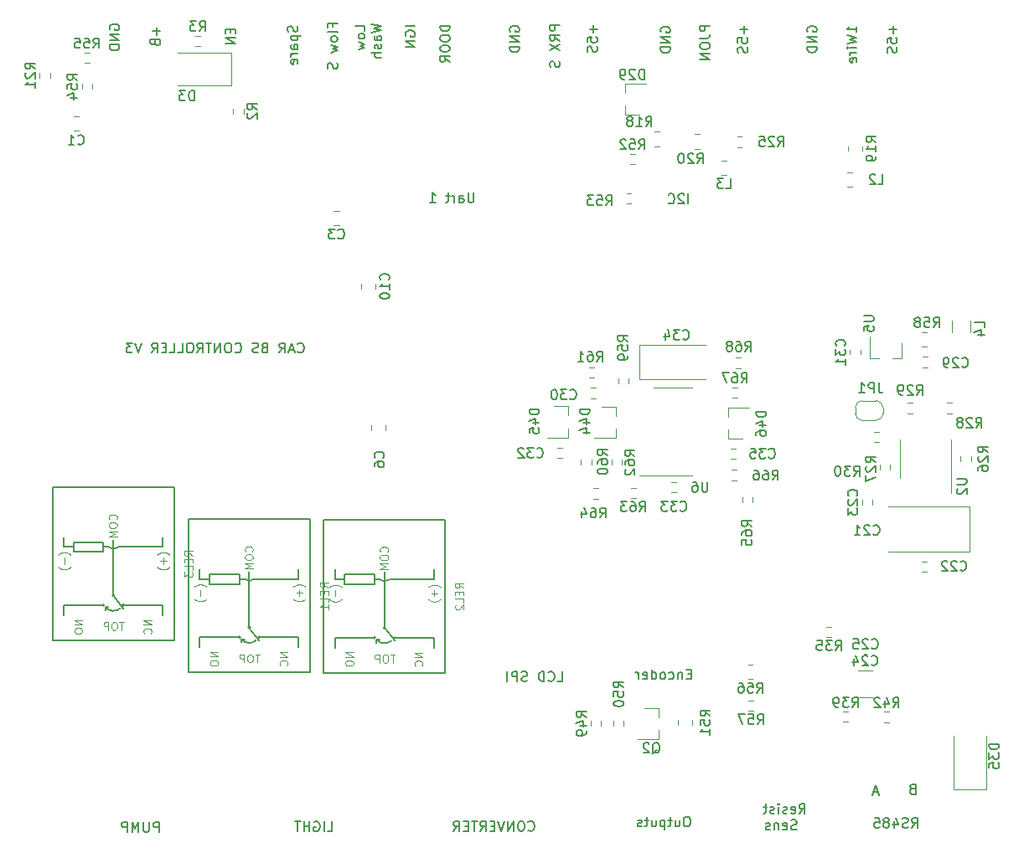
<source format=gbr>
%TF.GenerationSoftware,KiCad,Pcbnew,(5.1.9)-1*%
%TF.CreationDate,2021-04-23T08:11:54+03:00*%
%TF.ProjectId,Car_bs_controller_nex_mega,4361725f-6273-45f6-936f-6e74726f6c6c,rev?*%
%TF.SameCoordinates,Original*%
%TF.FileFunction,Legend,Bot*%
%TF.FilePolarity,Positive*%
%FSLAX46Y46*%
G04 Gerber Fmt 4.6, Leading zero omitted, Abs format (unit mm)*
G04 Created by KiCad (PCBNEW (5.1.9)-1) date 2021-04-23 08:11:54*
%MOMM*%
%LPD*%
G01*
G04 APERTURE LIST*
%ADD10C,0.150000*%
%ADD11C,0.120000*%
%ADD12C,0.076200*%
G04 APERTURE END LIST*
D10*
X86330062Y-77679822D02*
X86377681Y-77727441D01*
X86520539Y-77775060D01*
X86615777Y-77775060D01*
X86758634Y-77727441D01*
X86853872Y-77632203D01*
X86901491Y-77536965D01*
X86949110Y-77346489D01*
X86949110Y-77203632D01*
X86901491Y-77013156D01*
X86853872Y-76917918D01*
X86758634Y-76822680D01*
X86615777Y-76775060D01*
X86520539Y-76775060D01*
X86377681Y-76822680D01*
X86330062Y-76870299D01*
X85949110Y-77489346D02*
X85472920Y-77489346D01*
X86044348Y-77775060D02*
X85711015Y-76775060D01*
X85377681Y-77775060D01*
X84472920Y-77775060D02*
X84806253Y-77298870D01*
X85044348Y-77775060D02*
X85044348Y-76775060D01*
X84663396Y-76775060D01*
X84568158Y-76822680D01*
X84520539Y-76870299D01*
X84472920Y-76965537D01*
X84472920Y-77108394D01*
X84520539Y-77203632D01*
X84568158Y-77251251D01*
X84663396Y-77298870D01*
X85044348Y-77298870D01*
X82949110Y-77251251D02*
X82806253Y-77298870D01*
X82758634Y-77346489D01*
X82711015Y-77441727D01*
X82711015Y-77584584D01*
X82758634Y-77679822D01*
X82806253Y-77727441D01*
X82901491Y-77775060D01*
X83282443Y-77775060D01*
X83282443Y-76775060D01*
X82949110Y-76775060D01*
X82853872Y-76822680D01*
X82806253Y-76870299D01*
X82758634Y-76965537D01*
X82758634Y-77060775D01*
X82806253Y-77156013D01*
X82853872Y-77203632D01*
X82949110Y-77251251D01*
X83282443Y-77251251D01*
X82330062Y-77727441D02*
X82187205Y-77775060D01*
X81949110Y-77775060D01*
X81853872Y-77727441D01*
X81806253Y-77679822D01*
X81758634Y-77584584D01*
X81758634Y-77489346D01*
X81806253Y-77394108D01*
X81853872Y-77346489D01*
X81949110Y-77298870D01*
X82139586Y-77251251D01*
X82234824Y-77203632D01*
X82282443Y-77156013D01*
X82330062Y-77060775D01*
X82330062Y-76965537D01*
X82282443Y-76870299D01*
X82234824Y-76822680D01*
X82139586Y-76775060D01*
X81901491Y-76775060D01*
X81758634Y-76822680D01*
X79996729Y-77679822D02*
X80044348Y-77727441D01*
X80187205Y-77775060D01*
X80282443Y-77775060D01*
X80425300Y-77727441D01*
X80520539Y-77632203D01*
X80568158Y-77536965D01*
X80615777Y-77346489D01*
X80615777Y-77203632D01*
X80568158Y-77013156D01*
X80520539Y-76917918D01*
X80425300Y-76822680D01*
X80282443Y-76775060D01*
X80187205Y-76775060D01*
X80044348Y-76822680D01*
X79996729Y-76870299D01*
X79377681Y-76775060D02*
X79187205Y-76775060D01*
X79091967Y-76822680D01*
X78996729Y-76917918D01*
X78949110Y-77108394D01*
X78949110Y-77441727D01*
X78996729Y-77632203D01*
X79091967Y-77727441D01*
X79187205Y-77775060D01*
X79377681Y-77775060D01*
X79472920Y-77727441D01*
X79568158Y-77632203D01*
X79615777Y-77441727D01*
X79615777Y-77108394D01*
X79568158Y-76917918D01*
X79472920Y-76822680D01*
X79377681Y-76775060D01*
X78520539Y-77775060D02*
X78520539Y-76775060D01*
X77949110Y-77775060D01*
X77949110Y-76775060D01*
X77615777Y-76775060D02*
X77044348Y-76775060D01*
X77330062Y-77775060D02*
X77330062Y-76775060D01*
X76139586Y-77775060D02*
X76472920Y-77298870D01*
X76711015Y-77775060D02*
X76711015Y-76775060D01*
X76330062Y-76775060D01*
X76234824Y-76822680D01*
X76187205Y-76870299D01*
X76139586Y-76965537D01*
X76139586Y-77108394D01*
X76187205Y-77203632D01*
X76234824Y-77251251D01*
X76330062Y-77298870D01*
X76711015Y-77298870D01*
X75520539Y-76775060D02*
X75330062Y-76775060D01*
X75234824Y-76822680D01*
X75139586Y-76917918D01*
X75091967Y-77108394D01*
X75091967Y-77441727D01*
X75139586Y-77632203D01*
X75234824Y-77727441D01*
X75330062Y-77775060D01*
X75520539Y-77775060D01*
X75615777Y-77727441D01*
X75711015Y-77632203D01*
X75758634Y-77441727D01*
X75758634Y-77108394D01*
X75711015Y-76917918D01*
X75615777Y-76822680D01*
X75520539Y-76775060D01*
X74187205Y-77775060D02*
X74663396Y-77775060D01*
X74663396Y-76775060D01*
X73377681Y-77775060D02*
X73853872Y-77775060D01*
X73853872Y-76775060D01*
X73044348Y-77251251D02*
X72711015Y-77251251D01*
X72568158Y-77775060D02*
X73044348Y-77775060D01*
X73044348Y-76775060D01*
X72568158Y-76775060D01*
X71568158Y-77775060D02*
X71901491Y-77298870D01*
X72139586Y-77775060D02*
X72139586Y-76775060D01*
X71758634Y-76775060D01*
X71663396Y-76822680D01*
X71615777Y-76870299D01*
X71568158Y-76965537D01*
X71568158Y-77108394D01*
X71615777Y-77203632D01*
X71663396Y-77251251D01*
X71758634Y-77298870D01*
X72139586Y-77298870D01*
X70520539Y-76775060D02*
X70187205Y-77775060D01*
X69853872Y-76775060D01*
X69615777Y-76775060D02*
X68996729Y-76775060D01*
X69330062Y-77156013D01*
X69187205Y-77156013D01*
X69091967Y-77203632D01*
X69044348Y-77251251D01*
X68996729Y-77346489D01*
X68996729Y-77584584D01*
X69044348Y-77679822D01*
X69091967Y-77727441D01*
X69187205Y-77775060D01*
X69472920Y-77775060D01*
X69568158Y-77727441D01*
X69615777Y-77679822D01*
X126070335Y-110271251D02*
X125737001Y-110271251D01*
X125594144Y-110795060D02*
X126070335Y-110795060D01*
X126070335Y-109795060D01*
X125594144Y-109795060D01*
X125165573Y-110128394D02*
X125165573Y-110795060D01*
X125165573Y-110223632D02*
X125117954Y-110176013D01*
X125022716Y-110128394D01*
X124879859Y-110128394D01*
X124784620Y-110176013D01*
X124737001Y-110271251D01*
X124737001Y-110795060D01*
X123832240Y-110747441D02*
X123927478Y-110795060D01*
X124117954Y-110795060D01*
X124213192Y-110747441D01*
X124260811Y-110699822D01*
X124308430Y-110604584D01*
X124308430Y-110318870D01*
X124260811Y-110223632D01*
X124213192Y-110176013D01*
X124117954Y-110128394D01*
X123927478Y-110128394D01*
X123832240Y-110176013D01*
X123260811Y-110795060D02*
X123356049Y-110747441D01*
X123403668Y-110699822D01*
X123451287Y-110604584D01*
X123451287Y-110318870D01*
X123403668Y-110223632D01*
X123356049Y-110176013D01*
X123260811Y-110128394D01*
X123117954Y-110128394D01*
X123022716Y-110176013D01*
X122975097Y-110223632D01*
X122927478Y-110318870D01*
X122927478Y-110604584D01*
X122975097Y-110699822D01*
X123022716Y-110747441D01*
X123117954Y-110795060D01*
X123260811Y-110795060D01*
X122070335Y-110795060D02*
X122070335Y-109795060D01*
X122070335Y-110747441D02*
X122165573Y-110795060D01*
X122356049Y-110795060D01*
X122451287Y-110747441D01*
X122498906Y-110699822D01*
X122546525Y-110604584D01*
X122546525Y-110318870D01*
X122498906Y-110223632D01*
X122451287Y-110176013D01*
X122356049Y-110128394D01*
X122165573Y-110128394D01*
X122070335Y-110176013D01*
X121213192Y-110747441D02*
X121308430Y-110795060D01*
X121498906Y-110795060D01*
X121594144Y-110747441D01*
X121641763Y-110652203D01*
X121641763Y-110271251D01*
X121594144Y-110176013D01*
X121498906Y-110128394D01*
X121308430Y-110128394D01*
X121213192Y-110176013D01*
X121165573Y-110271251D01*
X121165573Y-110366489D01*
X121641763Y-110461727D01*
X120737001Y-110795060D02*
X120737001Y-110128394D01*
X120737001Y-110318870D02*
X120689382Y-110223632D01*
X120641763Y-110176013D01*
X120546525Y-110128394D01*
X120451287Y-110128394D01*
X112552194Y-111021120D02*
X113028384Y-111021120D01*
X113028384Y-110021120D01*
X111647432Y-110925882D02*
X111695051Y-110973501D01*
X111837908Y-111021120D01*
X111933146Y-111021120D01*
X112076003Y-110973501D01*
X112171241Y-110878263D01*
X112218860Y-110783025D01*
X112266480Y-110592549D01*
X112266480Y-110449692D01*
X112218860Y-110259216D01*
X112171241Y-110163978D01*
X112076003Y-110068740D01*
X111933146Y-110021120D01*
X111837908Y-110021120D01*
X111695051Y-110068740D01*
X111647432Y-110116359D01*
X111218860Y-111021120D02*
X111218860Y-110021120D01*
X110980765Y-110021120D01*
X110837908Y-110068740D01*
X110742670Y-110163978D01*
X110695051Y-110259216D01*
X110647432Y-110449692D01*
X110647432Y-110592549D01*
X110695051Y-110783025D01*
X110742670Y-110878263D01*
X110837908Y-110973501D01*
X110980765Y-111021120D01*
X111218860Y-111021120D01*
X109504575Y-110973501D02*
X109361718Y-111021120D01*
X109123622Y-111021120D01*
X109028384Y-110973501D01*
X108980765Y-110925882D01*
X108933146Y-110830644D01*
X108933146Y-110735406D01*
X108980765Y-110640168D01*
X109028384Y-110592549D01*
X109123622Y-110544930D01*
X109314099Y-110497311D01*
X109409337Y-110449692D01*
X109456956Y-110402073D01*
X109504575Y-110306835D01*
X109504575Y-110211597D01*
X109456956Y-110116359D01*
X109409337Y-110068740D01*
X109314099Y-110021120D01*
X109076003Y-110021120D01*
X108933146Y-110068740D01*
X108504575Y-111021120D02*
X108504575Y-110021120D01*
X108123622Y-110021120D01*
X108028384Y-110068740D01*
X107980765Y-110116359D01*
X107933146Y-110211597D01*
X107933146Y-110354454D01*
X107980765Y-110449692D01*
X108028384Y-110497311D01*
X108123622Y-110544930D01*
X108504575Y-110544930D01*
X107504575Y-111021120D02*
X107504575Y-110021120D01*
X125774010Y-62697620D02*
X125774010Y-61697620D01*
X125345439Y-61792859D02*
X125297820Y-61745240D01*
X125202581Y-61697620D01*
X124964486Y-61697620D01*
X124869248Y-61745240D01*
X124821629Y-61792859D01*
X124774010Y-61888097D01*
X124774010Y-61983335D01*
X124821629Y-62126192D01*
X125393058Y-62697620D01*
X124774010Y-62697620D01*
X123774010Y-62602382D02*
X123821629Y-62650001D01*
X123964486Y-62697620D01*
X124059724Y-62697620D01*
X124202581Y-62650001D01*
X124297820Y-62554763D01*
X124345439Y-62459525D01*
X124393058Y-62269049D01*
X124393058Y-62126192D01*
X124345439Y-61935716D01*
X124297820Y-61840478D01*
X124202581Y-61745240D01*
X124059724Y-61697620D01*
X123964486Y-61697620D01*
X123821629Y-61745240D01*
X123774010Y-61792859D01*
X104107976Y-61560460D02*
X104107976Y-62369984D01*
X104060357Y-62465222D01*
X104012738Y-62512841D01*
X103917500Y-62560460D01*
X103727023Y-62560460D01*
X103631785Y-62512841D01*
X103584166Y-62465222D01*
X103536547Y-62369984D01*
X103536547Y-61560460D01*
X102631785Y-62560460D02*
X102631785Y-62036651D01*
X102679404Y-61941413D01*
X102774642Y-61893794D01*
X102965119Y-61893794D01*
X103060357Y-61941413D01*
X102631785Y-62512841D02*
X102727023Y-62560460D01*
X102965119Y-62560460D01*
X103060357Y-62512841D01*
X103107976Y-62417603D01*
X103107976Y-62322365D01*
X103060357Y-62227127D01*
X102965119Y-62179508D01*
X102727023Y-62179508D01*
X102631785Y-62131889D01*
X102155595Y-62560460D02*
X102155595Y-61893794D01*
X102155595Y-62084270D02*
X102107976Y-61989032D01*
X102060357Y-61941413D01*
X101965119Y-61893794D01*
X101869880Y-61893794D01*
X101679404Y-61893794D02*
X101298452Y-61893794D01*
X101536547Y-61560460D02*
X101536547Y-62417603D01*
X101488928Y-62512841D01*
X101393690Y-62560460D01*
X101298452Y-62560460D01*
X99679404Y-62560460D02*
X100250833Y-62560460D01*
X99965119Y-62560460D02*
X99965119Y-61560460D01*
X100060357Y-61703318D01*
X100155595Y-61798556D01*
X100250833Y-61846175D01*
X72293882Y-126245880D02*
X72293882Y-125245880D01*
X71912930Y-125245880D01*
X71817692Y-125293500D01*
X71770073Y-125341119D01*
X71722454Y-125436357D01*
X71722454Y-125579214D01*
X71770073Y-125674452D01*
X71817692Y-125722071D01*
X71912930Y-125769690D01*
X72293882Y-125769690D01*
X71293882Y-125245880D02*
X71293882Y-126055404D01*
X71246263Y-126150642D01*
X71198644Y-126198261D01*
X71103406Y-126245880D01*
X70912930Y-126245880D01*
X70817692Y-126198261D01*
X70770073Y-126150642D01*
X70722454Y-126055404D01*
X70722454Y-125245880D01*
X70246263Y-126245880D02*
X70246263Y-125245880D01*
X69912930Y-125960166D01*
X69579597Y-125245880D01*
X69579597Y-126245880D01*
X69103406Y-126245880D02*
X69103406Y-125245880D01*
X68722454Y-125245880D01*
X68627216Y-125293500D01*
X68579597Y-125341119D01*
X68531978Y-125436357D01*
X68531978Y-125579214D01*
X68579597Y-125674452D01*
X68627216Y-125722071D01*
X68722454Y-125769690D01*
X69103406Y-125769690D01*
X89318933Y-126184920D02*
X89795123Y-126184920D01*
X89795123Y-125184920D01*
X88985600Y-126184920D02*
X88985600Y-125184920D01*
X87985600Y-125232540D02*
X88080838Y-125184920D01*
X88223695Y-125184920D01*
X88366552Y-125232540D01*
X88461790Y-125327778D01*
X88509409Y-125423016D01*
X88557028Y-125613492D01*
X88557028Y-125756349D01*
X88509409Y-125946825D01*
X88461790Y-126042063D01*
X88366552Y-126137301D01*
X88223695Y-126184920D01*
X88128457Y-126184920D01*
X87985600Y-126137301D01*
X87937980Y-126089682D01*
X87937980Y-125756349D01*
X88128457Y-125756349D01*
X87509409Y-126184920D02*
X87509409Y-125184920D01*
X87509409Y-125661111D02*
X86937980Y-125661111D01*
X86937980Y-126184920D02*
X86937980Y-125184920D01*
X86604647Y-125184920D02*
X86033219Y-125184920D01*
X86318933Y-126184920D02*
X86318933Y-125184920D01*
X109609140Y-126056662D02*
X109656760Y-126104281D01*
X109799617Y-126151900D01*
X109894855Y-126151900D01*
X110037712Y-126104281D01*
X110132950Y-126009043D01*
X110180569Y-125913805D01*
X110228188Y-125723329D01*
X110228188Y-125580472D01*
X110180569Y-125389996D01*
X110132950Y-125294758D01*
X110037712Y-125199520D01*
X109894855Y-125151900D01*
X109799617Y-125151900D01*
X109656760Y-125199520D01*
X109609140Y-125247139D01*
X108990093Y-125151900D02*
X108799617Y-125151900D01*
X108704379Y-125199520D01*
X108609140Y-125294758D01*
X108561521Y-125485234D01*
X108561521Y-125818567D01*
X108609140Y-126009043D01*
X108704379Y-126104281D01*
X108799617Y-126151900D01*
X108990093Y-126151900D01*
X109085331Y-126104281D01*
X109180569Y-126009043D01*
X109228188Y-125818567D01*
X109228188Y-125485234D01*
X109180569Y-125294758D01*
X109085331Y-125199520D01*
X108990093Y-125151900D01*
X108132950Y-126151900D02*
X108132950Y-125151900D01*
X107561521Y-126151900D01*
X107561521Y-125151900D01*
X107228188Y-125151900D02*
X106894855Y-126151900D01*
X106561521Y-125151900D01*
X106228188Y-125628091D02*
X105894855Y-125628091D01*
X105751998Y-126151900D02*
X106228188Y-126151900D01*
X106228188Y-125151900D01*
X105751998Y-125151900D01*
X104751998Y-126151900D02*
X105085331Y-125675710D01*
X105323426Y-126151900D02*
X105323426Y-125151900D01*
X104942474Y-125151900D01*
X104847236Y-125199520D01*
X104799617Y-125247139D01*
X104751998Y-125342377D01*
X104751998Y-125485234D01*
X104799617Y-125580472D01*
X104847236Y-125628091D01*
X104942474Y-125675710D01*
X105323426Y-125675710D01*
X104466283Y-125151900D02*
X103894855Y-125151900D01*
X104180569Y-126151900D02*
X104180569Y-125151900D01*
X103561521Y-125628091D02*
X103228188Y-125628091D01*
X103085331Y-126151900D02*
X103561521Y-126151900D01*
X103561521Y-125151900D01*
X103085331Y-125151900D01*
X102085331Y-126151900D02*
X102418664Y-125675710D01*
X102656760Y-126151900D02*
X102656760Y-125151900D01*
X102275807Y-125151900D01*
X102180569Y-125199520D01*
X102132950Y-125247139D01*
X102085331Y-125342377D01*
X102085331Y-125485234D01*
X102132950Y-125580472D01*
X102180569Y-125628091D01*
X102275807Y-125675710D01*
X102656760Y-125675710D01*
X125735411Y-124702320D02*
X125544935Y-124702320D01*
X125449697Y-124749940D01*
X125354459Y-124845178D01*
X125306840Y-125035654D01*
X125306840Y-125368987D01*
X125354459Y-125559463D01*
X125449697Y-125654701D01*
X125544935Y-125702320D01*
X125735411Y-125702320D01*
X125830649Y-125654701D01*
X125925887Y-125559463D01*
X125973506Y-125368987D01*
X125973506Y-125035654D01*
X125925887Y-124845178D01*
X125830649Y-124749940D01*
X125735411Y-124702320D01*
X124449697Y-125035654D02*
X124449697Y-125702320D01*
X124878268Y-125035654D02*
X124878268Y-125559463D01*
X124830649Y-125654701D01*
X124735411Y-125702320D01*
X124592554Y-125702320D01*
X124497316Y-125654701D01*
X124449697Y-125607082D01*
X124116363Y-125035654D02*
X123735411Y-125035654D01*
X123973506Y-124702320D02*
X123973506Y-125559463D01*
X123925887Y-125654701D01*
X123830649Y-125702320D01*
X123735411Y-125702320D01*
X123402078Y-125035654D02*
X123402078Y-126035654D01*
X123402078Y-125083273D02*
X123306840Y-125035654D01*
X123116363Y-125035654D01*
X123021125Y-125083273D01*
X122973506Y-125130892D01*
X122925887Y-125226130D01*
X122925887Y-125511844D01*
X122973506Y-125607082D01*
X123021125Y-125654701D01*
X123116363Y-125702320D01*
X123306840Y-125702320D01*
X123402078Y-125654701D01*
X122068744Y-125035654D02*
X122068744Y-125702320D01*
X122497316Y-125035654D02*
X122497316Y-125559463D01*
X122449697Y-125654701D01*
X122354459Y-125702320D01*
X122211601Y-125702320D01*
X122116363Y-125654701D01*
X122068744Y-125607082D01*
X121735411Y-125035654D02*
X121354459Y-125035654D01*
X121592554Y-124702320D02*
X121592554Y-125559463D01*
X121544935Y-125654701D01*
X121449697Y-125702320D01*
X121354459Y-125702320D01*
X121068744Y-125654701D02*
X120973506Y-125702320D01*
X120783030Y-125702320D01*
X120687792Y-125654701D01*
X120640173Y-125559463D01*
X120640173Y-125511844D01*
X120687792Y-125416606D01*
X120783030Y-125368987D01*
X120925887Y-125368987D01*
X121021125Y-125321368D01*
X121068744Y-125226130D01*
X121068744Y-125178511D01*
X121021125Y-125083273D01*
X120925887Y-125035654D01*
X120783030Y-125035654D01*
X120687792Y-125083273D01*
X136989273Y-124379480D02*
X137322606Y-123903290D01*
X137560701Y-124379480D02*
X137560701Y-123379480D01*
X137179749Y-123379480D01*
X137084511Y-123427100D01*
X137036892Y-123474719D01*
X136989273Y-123569957D01*
X136989273Y-123712814D01*
X137036892Y-123808052D01*
X137084511Y-123855671D01*
X137179749Y-123903290D01*
X137560701Y-123903290D01*
X136179749Y-124331861D02*
X136274987Y-124379480D01*
X136465463Y-124379480D01*
X136560701Y-124331861D01*
X136608320Y-124236623D01*
X136608320Y-123855671D01*
X136560701Y-123760433D01*
X136465463Y-123712814D01*
X136274987Y-123712814D01*
X136179749Y-123760433D01*
X136132130Y-123855671D01*
X136132130Y-123950909D01*
X136608320Y-124046147D01*
X135751178Y-124331861D02*
X135655940Y-124379480D01*
X135465463Y-124379480D01*
X135370225Y-124331861D01*
X135322606Y-124236623D01*
X135322606Y-124189004D01*
X135370225Y-124093766D01*
X135465463Y-124046147D01*
X135608320Y-124046147D01*
X135703559Y-123998528D01*
X135751178Y-123903290D01*
X135751178Y-123855671D01*
X135703559Y-123760433D01*
X135608320Y-123712814D01*
X135465463Y-123712814D01*
X135370225Y-123760433D01*
X134894035Y-124379480D02*
X134894035Y-123712814D01*
X134894035Y-123379480D02*
X134941654Y-123427100D01*
X134894035Y-123474719D01*
X134846416Y-123427100D01*
X134894035Y-123379480D01*
X134894035Y-123474719D01*
X134465463Y-124331861D02*
X134370225Y-124379480D01*
X134179749Y-124379480D01*
X134084511Y-124331861D01*
X134036892Y-124236623D01*
X134036892Y-124189004D01*
X134084511Y-124093766D01*
X134179749Y-124046147D01*
X134322606Y-124046147D01*
X134417844Y-123998528D01*
X134465463Y-123903290D01*
X134465463Y-123855671D01*
X134417844Y-123760433D01*
X134322606Y-123712814D01*
X134179749Y-123712814D01*
X134084511Y-123760433D01*
X133751178Y-123712814D02*
X133370225Y-123712814D01*
X133608320Y-123379480D02*
X133608320Y-124236623D01*
X133560701Y-124331861D01*
X133465463Y-124379480D01*
X133370225Y-124379480D01*
X136727368Y-125981861D02*
X136584511Y-126029480D01*
X136346416Y-126029480D01*
X136251178Y-125981861D01*
X136203559Y-125934242D01*
X136155940Y-125839004D01*
X136155940Y-125743766D01*
X136203559Y-125648528D01*
X136251178Y-125600909D01*
X136346416Y-125553290D01*
X136536892Y-125505671D01*
X136632130Y-125458052D01*
X136679749Y-125410433D01*
X136727368Y-125315195D01*
X136727368Y-125219957D01*
X136679749Y-125124719D01*
X136632130Y-125077100D01*
X136536892Y-125029480D01*
X136298797Y-125029480D01*
X136155940Y-125077100D01*
X135346416Y-125981861D02*
X135441654Y-126029480D01*
X135632130Y-126029480D01*
X135727368Y-125981861D01*
X135774987Y-125886623D01*
X135774987Y-125505671D01*
X135727368Y-125410433D01*
X135632130Y-125362814D01*
X135441654Y-125362814D01*
X135346416Y-125410433D01*
X135298797Y-125505671D01*
X135298797Y-125600909D01*
X135774987Y-125696147D01*
X134870225Y-125362814D02*
X134870225Y-126029480D01*
X134870225Y-125458052D02*
X134822606Y-125410433D01*
X134727368Y-125362814D01*
X134584511Y-125362814D01*
X134489273Y-125410433D01*
X134441654Y-125505671D01*
X134441654Y-126029480D01*
X134013082Y-125981861D02*
X133917844Y-126029480D01*
X133727368Y-126029480D01*
X133632130Y-125981861D01*
X133584511Y-125886623D01*
X133584511Y-125839004D01*
X133632130Y-125743766D01*
X133727368Y-125696147D01*
X133870225Y-125696147D01*
X133965463Y-125648528D01*
X134013082Y-125553290D01*
X134013082Y-125505671D01*
X133965463Y-125410433D01*
X133870225Y-125362814D01*
X133727368Y-125362814D01*
X133632130Y-125410433D01*
X148419511Y-121884131D02*
X148276654Y-121931750D01*
X148229035Y-121979369D01*
X148181416Y-122074607D01*
X148181416Y-122217464D01*
X148229035Y-122312702D01*
X148276654Y-122360321D01*
X148371892Y-122407940D01*
X148752844Y-122407940D01*
X148752844Y-121407940D01*
X148419511Y-121407940D01*
X148324273Y-121455560D01*
X148276654Y-121503179D01*
X148229035Y-121598417D01*
X148229035Y-121693655D01*
X148276654Y-121788893D01*
X148324273Y-121836512D01*
X148419511Y-121884131D01*
X148752844Y-121884131D01*
X144931735Y-122231446D02*
X144455544Y-122231446D01*
X145026973Y-122517160D02*
X144693640Y-121517160D01*
X144360306Y-122517160D01*
X148361518Y-125826780D02*
X148694851Y-125350590D01*
X148932946Y-125826780D02*
X148932946Y-124826780D01*
X148551994Y-124826780D01*
X148456756Y-124874400D01*
X148409137Y-124922019D01*
X148361518Y-125017257D01*
X148361518Y-125160114D01*
X148409137Y-125255352D01*
X148456756Y-125302971D01*
X148551994Y-125350590D01*
X148932946Y-125350590D01*
X147980565Y-125779161D02*
X147837708Y-125826780D01*
X147599613Y-125826780D01*
X147504375Y-125779161D01*
X147456756Y-125731542D01*
X147409137Y-125636304D01*
X147409137Y-125541066D01*
X147456756Y-125445828D01*
X147504375Y-125398209D01*
X147599613Y-125350590D01*
X147790089Y-125302971D01*
X147885327Y-125255352D01*
X147932946Y-125207733D01*
X147980565Y-125112495D01*
X147980565Y-125017257D01*
X147932946Y-124922019D01*
X147885327Y-124874400D01*
X147790089Y-124826780D01*
X147551994Y-124826780D01*
X147409137Y-124874400D01*
X146551994Y-125160114D02*
X146551994Y-125826780D01*
X146790089Y-124779161D02*
X147028184Y-125493447D01*
X146409137Y-125493447D01*
X145885327Y-125255352D02*
X145980565Y-125207733D01*
X146028184Y-125160114D01*
X146075803Y-125064876D01*
X146075803Y-125017257D01*
X146028184Y-124922019D01*
X145980565Y-124874400D01*
X145885327Y-124826780D01*
X145694851Y-124826780D01*
X145599613Y-124874400D01*
X145551994Y-124922019D01*
X145504375Y-125017257D01*
X145504375Y-125064876D01*
X145551994Y-125160114D01*
X145599613Y-125207733D01*
X145694851Y-125255352D01*
X145885327Y-125255352D01*
X145980565Y-125302971D01*
X146028184Y-125350590D01*
X146075803Y-125445828D01*
X146075803Y-125636304D01*
X146028184Y-125731542D01*
X145980565Y-125779161D01*
X145885327Y-125826780D01*
X145694851Y-125826780D01*
X145599613Y-125779161D01*
X145551994Y-125731542D01*
X145504375Y-125636304D01*
X145504375Y-125445828D01*
X145551994Y-125350590D01*
X145599613Y-125302971D01*
X145694851Y-125255352D01*
X144599613Y-124826780D02*
X145075803Y-124826780D01*
X145123422Y-125302971D01*
X145075803Y-125255352D01*
X144980565Y-125207733D01*
X144742470Y-125207733D01*
X144647232Y-125255352D01*
X144599613Y-125302971D01*
X144551994Y-125398209D01*
X144551994Y-125636304D01*
X144599613Y-125731542D01*
X144647232Y-125779161D01*
X144742470Y-125826780D01*
X144980565Y-125826780D01*
X145075803Y-125779161D01*
X145123422Y-125731542D01*
X67340860Y-45102875D02*
X67293240Y-45007637D01*
X67293240Y-44864780D01*
X67340860Y-44721922D01*
X67436098Y-44626684D01*
X67531336Y-44579065D01*
X67721812Y-44531446D01*
X67864669Y-44531446D01*
X68055145Y-44579065D01*
X68150383Y-44626684D01*
X68245621Y-44721922D01*
X68293240Y-44864780D01*
X68293240Y-44960018D01*
X68245621Y-45102875D01*
X68198002Y-45150494D01*
X67864669Y-45150494D01*
X67864669Y-44960018D01*
X68293240Y-45579065D02*
X67293240Y-45579065D01*
X68293240Y-46150494D01*
X67293240Y-46150494D01*
X68293240Y-46626684D02*
X67293240Y-46626684D01*
X67293240Y-46864780D01*
X67340860Y-47007637D01*
X67436098Y-47102875D01*
X67531336Y-47150494D01*
X67721812Y-47198113D01*
X67864669Y-47198113D01*
X68055145Y-47150494D01*
X68150383Y-47102875D01*
X68245621Y-47007637D01*
X68293240Y-46864780D01*
X68293240Y-46626684D01*
X72047408Y-44854287D02*
X72047408Y-45616192D01*
X72428360Y-45235240D02*
X71666456Y-45235240D01*
X71904551Y-46425716D02*
X71952170Y-46568573D01*
X71999789Y-46616192D01*
X72095027Y-46663811D01*
X72237884Y-46663811D01*
X72333122Y-46616192D01*
X72380741Y-46568573D01*
X72428360Y-46473335D01*
X72428360Y-46092382D01*
X71428360Y-46092382D01*
X71428360Y-46425716D01*
X71475980Y-46520954D01*
X71523599Y-46568573D01*
X71618837Y-46616192D01*
X71714075Y-46616192D01*
X71809313Y-46568573D01*
X71856932Y-46520954D01*
X71904551Y-46425716D01*
X71904551Y-46092382D01*
X79527091Y-45030164D02*
X79527091Y-45363498D01*
X80050900Y-45506355D02*
X80050900Y-45030164D01*
X79050900Y-45030164D01*
X79050900Y-45506355D01*
X80050900Y-45934926D02*
X79050900Y-45934926D01*
X80050900Y-46506355D01*
X79050900Y-46506355D01*
X86272001Y-44723608D02*
X86319620Y-44866465D01*
X86319620Y-45104560D01*
X86272001Y-45199799D01*
X86224382Y-45247418D01*
X86129144Y-45295037D01*
X86033906Y-45295037D01*
X85938668Y-45247418D01*
X85891049Y-45199799D01*
X85843430Y-45104560D01*
X85795811Y-44914084D01*
X85748192Y-44818846D01*
X85700573Y-44771227D01*
X85605335Y-44723608D01*
X85510097Y-44723608D01*
X85414859Y-44771227D01*
X85367240Y-44818846D01*
X85319620Y-44914084D01*
X85319620Y-45152180D01*
X85367240Y-45295037D01*
X85652954Y-45723608D02*
X86652954Y-45723608D01*
X85700573Y-45723608D02*
X85652954Y-45818846D01*
X85652954Y-46009322D01*
X85700573Y-46104560D01*
X85748192Y-46152180D01*
X85843430Y-46199799D01*
X86129144Y-46199799D01*
X86224382Y-46152180D01*
X86272001Y-46104560D01*
X86319620Y-46009322D01*
X86319620Y-45818846D01*
X86272001Y-45723608D01*
X86319620Y-47056941D02*
X85795811Y-47056941D01*
X85700573Y-47009322D01*
X85652954Y-46914084D01*
X85652954Y-46723608D01*
X85700573Y-46628370D01*
X86272001Y-47056941D02*
X86319620Y-46961703D01*
X86319620Y-46723608D01*
X86272001Y-46628370D01*
X86176763Y-46580751D01*
X86081525Y-46580751D01*
X85986287Y-46628370D01*
X85938668Y-46723608D01*
X85938668Y-46961703D01*
X85891049Y-47056941D01*
X86319620Y-47533132D02*
X85652954Y-47533132D01*
X85843430Y-47533132D02*
X85748192Y-47580751D01*
X85700573Y-47628370D01*
X85652954Y-47723608D01*
X85652954Y-47818846D01*
X86272001Y-48533132D02*
X86319620Y-48437894D01*
X86319620Y-48247418D01*
X86272001Y-48152180D01*
X86176763Y-48104560D01*
X85795811Y-48104560D01*
X85700573Y-48152180D01*
X85652954Y-48247418D01*
X85652954Y-48437894D01*
X85700573Y-48533132D01*
X85795811Y-48580751D01*
X85891049Y-48580751D01*
X85986287Y-48104560D01*
X89814091Y-44775999D02*
X89814091Y-44442665D01*
X90337900Y-44442665D02*
X89337900Y-44442665D01*
X89337900Y-44918856D01*
X90337900Y-45442665D02*
X90290281Y-45347427D01*
X90195043Y-45299808D01*
X89337900Y-45299808D01*
X90337900Y-45966475D02*
X90290281Y-45871237D01*
X90242662Y-45823618D01*
X90147424Y-45775999D01*
X89861710Y-45775999D01*
X89766472Y-45823618D01*
X89718853Y-45871237D01*
X89671234Y-45966475D01*
X89671234Y-46109332D01*
X89718853Y-46204570D01*
X89766472Y-46252189D01*
X89861710Y-46299808D01*
X90147424Y-46299808D01*
X90242662Y-46252189D01*
X90290281Y-46204570D01*
X90337900Y-46109332D01*
X90337900Y-45966475D01*
X89671234Y-46633141D02*
X90337900Y-46823618D01*
X89861710Y-47014094D01*
X90337900Y-47204570D01*
X89671234Y-47395046D01*
X90290281Y-48490284D02*
X90337900Y-48633141D01*
X90337900Y-48871237D01*
X90290281Y-48966475D01*
X90242662Y-49014094D01*
X90147424Y-49061713D01*
X90052186Y-49061713D01*
X89956948Y-49014094D01*
X89909329Y-48966475D01*
X89861710Y-48871237D01*
X89814091Y-48680760D01*
X89766472Y-48585522D01*
X89718853Y-48537903D01*
X89623615Y-48490284D01*
X89528377Y-48490284D01*
X89433139Y-48537903D01*
X89385520Y-48585522D01*
X89337900Y-48680760D01*
X89337900Y-48918856D01*
X89385520Y-49061713D01*
X93101920Y-45213400D02*
X93101920Y-44737210D01*
X92101920Y-44737210D01*
X93101920Y-45689591D02*
X93054301Y-45594353D01*
X93006682Y-45546734D01*
X92911444Y-45499115D01*
X92625730Y-45499115D01*
X92530492Y-45546734D01*
X92482873Y-45594353D01*
X92435254Y-45689591D01*
X92435254Y-45832448D01*
X92482873Y-45927686D01*
X92530492Y-45975305D01*
X92625730Y-46022924D01*
X92911444Y-46022924D01*
X93006682Y-45975305D01*
X93054301Y-45927686D01*
X93101920Y-45832448D01*
X93101920Y-45689591D01*
X92435254Y-46356258D02*
X93101920Y-46546734D01*
X92625730Y-46737210D01*
X93101920Y-46927686D01*
X92435254Y-47118162D01*
X93751920Y-44522924D02*
X94751920Y-44761020D01*
X94037635Y-44951496D01*
X94751920Y-45141972D01*
X93751920Y-45380067D01*
X94751920Y-46189591D02*
X94228111Y-46189591D01*
X94132873Y-46141972D01*
X94085254Y-46046734D01*
X94085254Y-45856258D01*
X94132873Y-45761020D01*
X94704301Y-46189591D02*
X94751920Y-46094353D01*
X94751920Y-45856258D01*
X94704301Y-45761020D01*
X94609063Y-45713400D01*
X94513825Y-45713400D01*
X94418587Y-45761020D01*
X94370968Y-45856258D01*
X94370968Y-46094353D01*
X94323349Y-46189591D01*
X94704301Y-46618162D02*
X94751920Y-46713400D01*
X94751920Y-46903877D01*
X94704301Y-46999115D01*
X94609063Y-47046734D01*
X94561444Y-47046734D01*
X94466206Y-46999115D01*
X94418587Y-46903877D01*
X94418587Y-46761020D01*
X94370968Y-46665781D01*
X94275730Y-46618162D01*
X94228111Y-46618162D01*
X94132873Y-46665781D01*
X94085254Y-46761020D01*
X94085254Y-46903877D01*
X94132873Y-46999115D01*
X94751920Y-47475305D02*
X93751920Y-47475305D01*
X94751920Y-47903877D02*
X94228111Y-47903877D01*
X94132873Y-47856258D01*
X94085254Y-47761020D01*
X94085254Y-47618162D01*
X94132873Y-47522924D01*
X94180492Y-47475305D01*
X98191580Y-44759690D02*
X97191580Y-44759690D01*
X97239200Y-45759690D02*
X97191580Y-45664452D01*
X97191580Y-45521595D01*
X97239200Y-45378738D01*
X97334438Y-45283500D01*
X97429676Y-45235880D01*
X97620152Y-45188261D01*
X97763009Y-45188261D01*
X97953485Y-45235880D01*
X98048723Y-45283500D01*
X98143961Y-45378738D01*
X98191580Y-45521595D01*
X98191580Y-45616833D01*
X98143961Y-45759690D01*
X98096342Y-45807309D01*
X97763009Y-45807309D01*
X97763009Y-45616833D01*
X98191580Y-46235880D02*
X97191580Y-46235880D01*
X98191580Y-46807309D01*
X97191580Y-46807309D01*
X101686620Y-44685176D02*
X100686620Y-44685176D01*
X100686620Y-44923271D01*
X100734240Y-45066128D01*
X100829478Y-45161366D01*
X100924716Y-45208985D01*
X101115192Y-45256604D01*
X101258049Y-45256604D01*
X101448525Y-45208985D01*
X101543763Y-45161366D01*
X101639001Y-45066128D01*
X101686620Y-44923271D01*
X101686620Y-44685176D01*
X100686620Y-45875652D02*
X100686620Y-46066128D01*
X100734240Y-46161366D01*
X100829478Y-46256604D01*
X101019954Y-46304223D01*
X101353287Y-46304223D01*
X101543763Y-46256604D01*
X101639001Y-46161366D01*
X101686620Y-46066128D01*
X101686620Y-45875652D01*
X101639001Y-45780414D01*
X101543763Y-45685176D01*
X101353287Y-45637557D01*
X101019954Y-45637557D01*
X100829478Y-45685176D01*
X100734240Y-45780414D01*
X100686620Y-45875652D01*
X100686620Y-46923271D02*
X100686620Y-47113747D01*
X100734240Y-47208985D01*
X100829478Y-47304223D01*
X101019954Y-47351842D01*
X101353287Y-47351842D01*
X101543763Y-47304223D01*
X101639001Y-47208985D01*
X101686620Y-47113747D01*
X101686620Y-46923271D01*
X101639001Y-46828033D01*
X101543763Y-46732795D01*
X101353287Y-46685176D01*
X101019954Y-46685176D01*
X100829478Y-46732795D01*
X100734240Y-46828033D01*
X100686620Y-46923271D01*
X101686620Y-48351842D02*
X101210430Y-48018509D01*
X101686620Y-47780414D02*
X100686620Y-47780414D01*
X100686620Y-48161366D01*
X100734240Y-48256604D01*
X100781859Y-48304223D01*
X100877097Y-48351842D01*
X101019954Y-48351842D01*
X101115192Y-48304223D01*
X101162811Y-48256604D01*
X101210430Y-48161366D01*
X101210430Y-47780414D01*
X112781340Y-44640761D02*
X111781340Y-44640761D01*
X111781340Y-45021714D01*
X111828960Y-45116952D01*
X111876579Y-45164571D01*
X111971817Y-45212190D01*
X112114674Y-45212190D01*
X112209912Y-45164571D01*
X112257531Y-45116952D01*
X112305150Y-45021714D01*
X112305150Y-44640761D01*
X112781340Y-46212190D02*
X112305150Y-45878857D01*
X112781340Y-45640761D02*
X111781340Y-45640761D01*
X111781340Y-46021714D01*
X111828960Y-46116952D01*
X111876579Y-46164571D01*
X111971817Y-46212190D01*
X112114674Y-46212190D01*
X112209912Y-46164571D01*
X112257531Y-46116952D01*
X112305150Y-46021714D01*
X112305150Y-45640761D01*
X111781340Y-46545523D02*
X112781340Y-47212190D01*
X111781340Y-47212190D02*
X112781340Y-46545523D01*
X112733721Y-48307428D02*
X112781340Y-48450285D01*
X112781340Y-48688380D01*
X112733721Y-48783619D01*
X112686102Y-48831238D01*
X112590864Y-48878857D01*
X112495626Y-48878857D01*
X112400388Y-48831238D01*
X112352769Y-48783619D01*
X112305150Y-48688380D01*
X112257531Y-48497904D01*
X112209912Y-48402666D01*
X112162293Y-48355047D01*
X112067055Y-48307428D01*
X111971817Y-48307428D01*
X111876579Y-48355047D01*
X111828960Y-48402666D01*
X111781340Y-48497904D01*
X111781340Y-48736000D01*
X111828960Y-48878857D01*
X107785280Y-45278135D02*
X107737660Y-45182897D01*
X107737660Y-45040040D01*
X107785280Y-44897182D01*
X107880518Y-44801944D01*
X107975756Y-44754325D01*
X108166232Y-44706706D01*
X108309089Y-44706706D01*
X108499565Y-44754325D01*
X108594803Y-44801944D01*
X108690041Y-44897182D01*
X108737660Y-45040040D01*
X108737660Y-45135278D01*
X108690041Y-45278135D01*
X108642422Y-45325754D01*
X108309089Y-45325754D01*
X108309089Y-45135278D01*
X108737660Y-45754325D02*
X107737660Y-45754325D01*
X108737660Y-46325754D01*
X107737660Y-46325754D01*
X108737660Y-46801944D02*
X107737660Y-46801944D01*
X107737660Y-47040040D01*
X107785280Y-47182897D01*
X107880518Y-47278135D01*
X107975756Y-47325754D01*
X108166232Y-47373373D01*
X108309089Y-47373373D01*
X108499565Y-47325754D01*
X108594803Y-47278135D01*
X108690041Y-47182897D01*
X108737660Y-47040040D01*
X108737660Y-46801944D01*
X116184988Y-44643206D02*
X116184988Y-45405111D01*
X116565940Y-45024159D02*
X115804036Y-45024159D01*
X115565940Y-46357492D02*
X115565940Y-45881301D01*
X116042131Y-45833682D01*
X115994512Y-45881301D01*
X115946893Y-45976540D01*
X115946893Y-46214635D01*
X115994512Y-46309873D01*
X116042131Y-46357492D01*
X116137369Y-46405111D01*
X116375464Y-46405111D01*
X116470702Y-46357492D01*
X116518321Y-46309873D01*
X116565940Y-46214635D01*
X116565940Y-45976540D01*
X116518321Y-45881301D01*
X116470702Y-45833682D01*
X116518321Y-46786063D02*
X116565940Y-46928920D01*
X116565940Y-47167016D01*
X116518321Y-47262254D01*
X116470702Y-47309873D01*
X116375464Y-47357492D01*
X116280226Y-47357492D01*
X116184988Y-47309873D01*
X116137369Y-47262254D01*
X116089750Y-47167016D01*
X116042131Y-46976540D01*
X115994512Y-46881301D01*
X115946893Y-46833682D01*
X115851655Y-46786063D01*
X115756417Y-46786063D01*
X115661179Y-46833682D01*
X115613560Y-46881301D01*
X115565940Y-46976540D01*
X115565940Y-47214635D01*
X115613560Y-47357492D01*
X127962920Y-44695003D02*
X126962920Y-44695003D01*
X126962920Y-45075956D01*
X127010540Y-45171194D01*
X127058159Y-45218813D01*
X127153397Y-45266432D01*
X127296254Y-45266432D01*
X127391492Y-45218813D01*
X127439111Y-45171194D01*
X127486730Y-45075956D01*
X127486730Y-44695003D01*
X126962920Y-45980718D02*
X127677206Y-45980718D01*
X127820063Y-45933099D01*
X127915301Y-45837860D01*
X127962920Y-45695003D01*
X127962920Y-45599765D01*
X126962920Y-46647384D02*
X126962920Y-46837860D01*
X127010540Y-46933099D01*
X127105778Y-47028337D01*
X127296254Y-47075956D01*
X127629587Y-47075956D01*
X127820063Y-47028337D01*
X127915301Y-46933099D01*
X127962920Y-46837860D01*
X127962920Y-46647384D01*
X127915301Y-46552146D01*
X127820063Y-46456908D01*
X127629587Y-46409289D01*
X127296254Y-46409289D01*
X127105778Y-46456908D01*
X127010540Y-46552146D01*
X126962920Y-46647384D01*
X127962920Y-47504527D02*
X126962920Y-47504527D01*
X127962920Y-48075956D01*
X126962920Y-48075956D01*
X123002420Y-45354335D02*
X122954800Y-45259097D01*
X122954800Y-45116240D01*
X123002420Y-44973382D01*
X123097658Y-44878144D01*
X123192896Y-44830525D01*
X123383372Y-44782906D01*
X123526229Y-44782906D01*
X123716705Y-44830525D01*
X123811943Y-44878144D01*
X123907181Y-44973382D01*
X123954800Y-45116240D01*
X123954800Y-45211478D01*
X123907181Y-45354335D01*
X123859562Y-45401954D01*
X123526229Y-45401954D01*
X123526229Y-45211478D01*
X123954800Y-45830525D02*
X122954800Y-45830525D01*
X123954800Y-46401954D01*
X122954800Y-46401954D01*
X123954800Y-46878144D02*
X122954800Y-46878144D01*
X122954800Y-47116240D01*
X123002420Y-47259097D01*
X123097658Y-47354335D01*
X123192896Y-47401954D01*
X123383372Y-47449573D01*
X123526229Y-47449573D01*
X123716705Y-47401954D01*
X123811943Y-47354335D01*
X123907181Y-47259097D01*
X123954800Y-47116240D01*
X123954800Y-46878144D01*
X131399588Y-44704166D02*
X131399588Y-45466071D01*
X131780540Y-45085119D02*
X131018636Y-45085119D01*
X130780540Y-46418452D02*
X130780540Y-45942261D01*
X131256731Y-45894642D01*
X131209112Y-45942261D01*
X131161493Y-46037500D01*
X131161493Y-46275595D01*
X131209112Y-46370833D01*
X131256731Y-46418452D01*
X131351969Y-46466071D01*
X131590064Y-46466071D01*
X131685302Y-46418452D01*
X131732921Y-46370833D01*
X131780540Y-46275595D01*
X131780540Y-46037500D01*
X131732921Y-45942261D01*
X131685302Y-45894642D01*
X131732921Y-46847023D02*
X131780540Y-46989880D01*
X131780540Y-47227976D01*
X131732921Y-47323214D01*
X131685302Y-47370833D01*
X131590064Y-47418452D01*
X131494826Y-47418452D01*
X131399588Y-47370833D01*
X131351969Y-47323214D01*
X131304350Y-47227976D01*
X131256731Y-47037500D01*
X131209112Y-46942261D01*
X131161493Y-46894642D01*
X131066255Y-46847023D01*
X130971017Y-46847023D01*
X130875779Y-46894642D01*
X130828160Y-46942261D01*
X130780540Y-47037500D01*
X130780540Y-47275595D01*
X130828160Y-47418452D01*
X137838560Y-45308615D02*
X137790940Y-45213377D01*
X137790940Y-45070520D01*
X137838560Y-44927662D01*
X137933798Y-44832424D01*
X138029036Y-44784805D01*
X138219512Y-44737186D01*
X138362369Y-44737186D01*
X138552845Y-44784805D01*
X138648083Y-44832424D01*
X138743321Y-44927662D01*
X138790940Y-45070520D01*
X138790940Y-45165758D01*
X138743321Y-45308615D01*
X138695702Y-45356234D01*
X138362369Y-45356234D01*
X138362369Y-45165758D01*
X138790940Y-45784805D02*
X137790940Y-45784805D01*
X138790940Y-46356234D01*
X137790940Y-46356234D01*
X138790940Y-46832424D02*
X137790940Y-46832424D01*
X137790940Y-47070520D01*
X137838560Y-47213377D01*
X137933798Y-47308615D01*
X138029036Y-47356234D01*
X138219512Y-47403853D01*
X138362369Y-47403853D01*
X138552845Y-47356234D01*
X138648083Y-47308615D01*
X138743321Y-47213377D01*
X138790940Y-47070520D01*
X138790940Y-46832424D01*
X142799060Y-45349635D02*
X142799060Y-44778206D01*
X142799060Y-45063920D02*
X141799060Y-45063920D01*
X141941918Y-44968682D01*
X142037156Y-44873444D01*
X142084775Y-44778206D01*
X141799060Y-45682968D02*
X142799060Y-45921063D01*
X142084775Y-46111540D01*
X142799060Y-46302016D01*
X141799060Y-46540111D01*
X142799060Y-46921063D02*
X142132394Y-46921063D01*
X141799060Y-46921063D02*
X141846680Y-46873444D01*
X141894299Y-46921063D01*
X141846680Y-46968682D01*
X141799060Y-46921063D01*
X141894299Y-46921063D01*
X142799060Y-47397254D02*
X142132394Y-47397254D01*
X142322870Y-47397254D02*
X142227632Y-47444873D01*
X142180013Y-47492492D01*
X142132394Y-47587730D01*
X142132394Y-47682968D01*
X142751441Y-48397254D02*
X142799060Y-48302016D01*
X142799060Y-48111540D01*
X142751441Y-48016301D01*
X142656203Y-47968682D01*
X142275251Y-47968682D01*
X142180013Y-48016301D01*
X142132394Y-48111540D01*
X142132394Y-48302016D01*
X142180013Y-48397254D01*
X142275251Y-48444873D01*
X142370489Y-48444873D01*
X142465727Y-47968682D01*
X146482108Y-44719406D02*
X146482108Y-45481311D01*
X146863060Y-45100359D02*
X146101156Y-45100359D01*
X145863060Y-46433692D02*
X145863060Y-45957501D01*
X146339251Y-45909882D01*
X146291632Y-45957501D01*
X146244013Y-46052740D01*
X146244013Y-46290835D01*
X146291632Y-46386073D01*
X146339251Y-46433692D01*
X146434489Y-46481311D01*
X146672584Y-46481311D01*
X146767822Y-46433692D01*
X146815441Y-46386073D01*
X146863060Y-46290835D01*
X146863060Y-46052740D01*
X146815441Y-45957501D01*
X146767822Y-45909882D01*
X146815441Y-46862263D02*
X146863060Y-47005120D01*
X146863060Y-47243216D01*
X146815441Y-47338454D01*
X146767822Y-47386073D01*
X146672584Y-47433692D01*
X146577346Y-47433692D01*
X146482108Y-47386073D01*
X146434489Y-47338454D01*
X146386870Y-47243216D01*
X146339251Y-47052740D01*
X146291632Y-46957501D01*
X146244013Y-46909882D01*
X146148775Y-46862263D01*
X146053537Y-46862263D01*
X145958299Y-46909882D01*
X145910680Y-46957501D01*
X145863060Y-47052740D01*
X145863060Y-47290835D01*
X145910680Y-47433692D01*
D11*
%TO.C,L4*%
X154275200Y-74545436D02*
X154275200Y-75749564D01*
X152455200Y-74545436D02*
X152455200Y-75749564D01*
%TO.C,C34*%
X127562900Y-80424600D02*
X120802900Y-80424600D01*
X120802900Y-80424600D02*
X120802900Y-77004600D01*
X120802900Y-77004600D02*
X127562900Y-77004600D01*
%TO.C,C33*%
X124058142Y-91886300D02*
X124532658Y-91886300D01*
X124058142Y-90841300D02*
X124532658Y-90841300D01*
%TO.C,R66*%
X130150776Y-89622100D02*
X130660224Y-89622100D01*
X130150776Y-90667100D02*
X130660224Y-90667100D01*
%TO.C,R65*%
X132297700Y-92378436D02*
X132297700Y-92887884D01*
X131252700Y-92378436D02*
X131252700Y-92887884D01*
%TO.C,R57*%
X131862276Y-112944500D02*
X132371724Y-112944500D01*
X131862276Y-113989500D02*
X132371724Y-113989500D01*
%TO.C,R55*%
X65280624Y-48452300D02*
X64771176Y-48452300D01*
X65280624Y-47407300D02*
X64771176Y-47407300D01*
%TO.C,R54*%
X65546500Y-50594176D02*
X65546500Y-51103624D01*
X64501500Y-50594176D02*
X64501500Y-51103624D01*
%TO.C,R50*%
X118181860Y-115510404D02*
X118181860Y-115000956D01*
X119226860Y-115510404D02*
X119226860Y-115000956D01*
%TO.C,R49*%
X116966260Y-115009836D02*
X116966260Y-115519284D01*
X115921260Y-115009836D02*
X115921260Y-115519284D01*
%TO.C,R42*%
X146080724Y-115137500D02*
X145571276Y-115137500D01*
X146080724Y-114092500D02*
X145571276Y-114092500D01*
%TO.C,R39*%
X141950724Y-115122500D02*
X141441276Y-115122500D01*
X141950724Y-114077500D02*
X141441276Y-114077500D01*
%TO.C,R35*%
X139745276Y-105477500D02*
X140254724Y-105477500D01*
X139745276Y-106522500D02*
X140254724Y-106522500D01*
%TO.C,R30*%
X144527176Y-85786700D02*
X145036624Y-85786700D01*
X144527176Y-86831700D02*
X145036624Y-86831700D01*
%TO.C,R29*%
X147930776Y-82840300D02*
X148440224Y-82840300D01*
X147930776Y-83885300D02*
X148440224Y-83885300D01*
%TO.C,R28*%
X152398824Y-83885300D02*
X151889376Y-83885300D01*
X152398824Y-82840300D02*
X151889376Y-82840300D01*
%TO.C,R27*%
X146191500Y-89129776D02*
X146191500Y-89639224D01*
X145146500Y-89129776D02*
X145146500Y-89639224D01*
%TO.C,R26*%
X154344900Y-88262376D02*
X154344900Y-88771824D01*
X153299900Y-88262376D02*
X153299900Y-88771824D01*
%TO.C,R21*%
X61279300Y-49453076D02*
X61279300Y-49962524D01*
X60234300Y-49453076D02*
X60234300Y-49962524D01*
%TO.C,R3*%
X76478224Y-46750500D02*
X75968776Y-46750500D01*
X76478224Y-45705500D02*
X75968776Y-45705500D01*
%TO.C,R2*%
X79805000Y-53594724D02*
X79805000Y-53085276D01*
X80850000Y-53594724D02*
X80850000Y-53085276D01*
%TO.C,C25*%
X143824267Y-109217000D02*
X143531733Y-109217000D01*
X143824267Y-108197000D02*
X143531733Y-108197000D01*
%TO.C,C24*%
X144351252Y-112622000D02*
X142928748Y-112622000D01*
X144351252Y-109902000D02*
X142928748Y-109902000D01*
%TO.C,C23*%
X144388100Y-92634976D02*
X144388100Y-93144424D01*
X143343100Y-92634976D02*
X143343100Y-93144424D01*
%TO.C,C1*%
X63683248Y-55345000D02*
X64205752Y-55345000D01*
X63683248Y-53875000D02*
X64205752Y-53875000D01*
%TO.C,U6*%
X124256800Y-81315400D02*
X126206800Y-81315400D01*
X124256800Y-81315400D02*
X122306800Y-81315400D01*
X124256800Y-90185400D02*
X126206800Y-90185400D01*
X124256800Y-90185400D02*
X120806800Y-90185400D01*
%TO.C,JP1*%
X144753800Y-82616800D02*
X143353800Y-82616800D01*
X142653800Y-83316800D02*
X142653800Y-83916800D01*
X143353800Y-84616800D02*
X144753800Y-84616800D01*
X145453800Y-83916800D02*
X145453800Y-83316800D01*
X145453800Y-83316800D02*
G75*
G03*
X144753800Y-82616800I-700000J0D01*
G01*
X144753800Y-84616800D02*
G75*
G03*
X145453800Y-83916800I0J700000D01*
G01*
X142653800Y-83916800D02*
G75*
G03*
X143353800Y-84616800I700000J0D01*
G01*
X143353800Y-82616800D02*
G75*
G03*
X142653800Y-83316800I0J-700000D01*
G01*
D10*
%TO.C,REL3*%
X61541000Y-91373500D02*
X61541000Y-106873500D01*
X73841000Y-91373500D02*
X73841000Y-106873500D01*
X61541000Y-91373500D02*
X73841000Y-91373500D01*
X61541000Y-106873500D02*
X73841000Y-106873500D01*
X62691000Y-103323500D02*
X66691000Y-103323500D01*
X62691000Y-104323500D02*
X62691000Y-103323500D01*
X72691000Y-103323500D02*
X72691000Y-104323500D01*
X68691000Y-103323500D02*
X72691000Y-103323500D01*
X68791000Y-103323500D02*
G75*
G03*
X68791000Y-103323500I-100000J0D01*
G01*
X66791000Y-103323500D02*
G75*
G03*
X66791000Y-103323500I-100000J0D01*
G01*
X67791000Y-102323500D02*
G75*
G03*
X67791000Y-102323500I-100000J0D01*
G01*
X67691000Y-102323500D02*
X68691000Y-103623500D01*
X66891000Y-103523500D02*
X67191000Y-103523500D01*
X66891000Y-103523500D02*
X66891000Y-103823500D01*
X62691000Y-96423500D02*
X62691000Y-97423500D01*
X72691000Y-96423500D02*
X72691000Y-97423500D01*
X62691000Y-97423500D02*
X63691000Y-97423500D01*
X63691000Y-97423500D02*
X63691000Y-96923500D01*
X63691000Y-97923500D02*
X63691000Y-97423500D01*
X66691000Y-97923500D02*
X63691000Y-97923500D01*
X66691000Y-96923500D02*
X66691000Y-97923500D01*
X63691000Y-96923500D02*
X66691000Y-96923500D01*
X67191000Y-97423500D02*
X66691000Y-97423500D01*
X68191000Y-97423500D02*
X72691000Y-97423500D01*
X67691000Y-102323500D02*
X67691000Y-96673500D01*
X68191000Y-97423500D02*
G75*
G02*
X67191000Y-97423500I-500000J500000D01*
G01*
X68391000Y-103623500D02*
G75*
G02*
X66891000Y-103523500I-700000J800000D01*
G01*
%TO.C,REL2*%
X88926000Y-94652000D02*
X88926000Y-110152000D01*
X101226000Y-94652000D02*
X101226000Y-110152000D01*
X88926000Y-94652000D02*
X101226000Y-94652000D01*
X88926000Y-110152000D02*
X101226000Y-110152000D01*
X90076000Y-106602000D02*
X94076000Y-106602000D01*
X90076000Y-107602000D02*
X90076000Y-106602000D01*
X100076000Y-106602000D02*
X100076000Y-107602000D01*
X96076000Y-106602000D02*
X100076000Y-106602000D01*
X96176000Y-106602000D02*
G75*
G03*
X96176000Y-106602000I-100000J0D01*
G01*
X94176000Y-106602000D02*
G75*
G03*
X94176000Y-106602000I-100000J0D01*
G01*
X95176000Y-105602000D02*
G75*
G03*
X95176000Y-105602000I-100000J0D01*
G01*
X95076000Y-105602000D02*
X96076000Y-106902000D01*
X94276000Y-106802000D02*
X94576000Y-106802000D01*
X94276000Y-106802000D02*
X94276000Y-107102000D01*
X90076000Y-99702000D02*
X90076000Y-100702000D01*
X100076000Y-99702000D02*
X100076000Y-100702000D01*
X90076000Y-100702000D02*
X91076000Y-100702000D01*
X91076000Y-100702000D02*
X91076000Y-100202000D01*
X91076000Y-101202000D02*
X91076000Y-100702000D01*
X94076000Y-101202000D02*
X91076000Y-101202000D01*
X94076000Y-100202000D02*
X94076000Y-101202000D01*
X91076000Y-100202000D02*
X94076000Y-100202000D01*
X94576000Y-100702000D02*
X94076000Y-100702000D01*
X95576000Y-100702000D02*
X100076000Y-100702000D01*
X95076000Y-105602000D02*
X95076000Y-99952000D01*
X95576000Y-100702000D02*
G75*
G02*
X94576000Y-100702000I-500000J500000D01*
G01*
X95776000Y-106902000D02*
G75*
G02*
X94276000Y-106802000I-700000J800000D01*
G01*
%TO.C,REL1*%
X75273500Y-94612000D02*
X75273500Y-110112000D01*
X87573500Y-94612000D02*
X87573500Y-110112000D01*
X75273500Y-94612000D02*
X87573500Y-94612000D01*
X75273500Y-110112000D02*
X87573500Y-110112000D01*
X76423500Y-106562000D02*
X80423500Y-106562000D01*
X76423500Y-107562000D02*
X76423500Y-106562000D01*
X86423500Y-106562000D02*
X86423500Y-107562000D01*
X82423500Y-106562000D02*
X86423500Y-106562000D01*
X82523500Y-106562000D02*
G75*
G03*
X82523500Y-106562000I-100000J0D01*
G01*
X80523500Y-106562000D02*
G75*
G03*
X80523500Y-106562000I-100000J0D01*
G01*
X81523500Y-105562000D02*
G75*
G03*
X81523500Y-105562000I-100000J0D01*
G01*
X81423500Y-105562000D02*
X82423500Y-106862000D01*
X80623500Y-106762000D02*
X80923500Y-106762000D01*
X80623500Y-106762000D02*
X80623500Y-107062000D01*
X76423500Y-99662000D02*
X76423500Y-100662000D01*
X86423500Y-99662000D02*
X86423500Y-100662000D01*
X76423500Y-100662000D02*
X77423500Y-100662000D01*
X77423500Y-100662000D02*
X77423500Y-100162000D01*
X77423500Y-101162000D02*
X77423500Y-100662000D01*
X80423500Y-101162000D02*
X77423500Y-101162000D01*
X80423500Y-100162000D02*
X80423500Y-101162000D01*
X77423500Y-100162000D02*
X80423500Y-100162000D01*
X80923500Y-100662000D02*
X80423500Y-100662000D01*
X81923500Y-100662000D02*
X86423500Y-100662000D01*
X81423500Y-105562000D02*
X81423500Y-99912000D01*
X81923500Y-100662000D02*
G75*
G02*
X80923500Y-100662000I-500000J500000D01*
G01*
X82123500Y-106862000D02*
G75*
G02*
X80623500Y-106762000I-700000J800000D01*
G01*
D11*
%TO.C,R68*%
X130602896Y-78283540D02*
X131112344Y-78283540D01*
X130602896Y-79328540D02*
X131112344Y-79328540D01*
%TO.C,R67*%
X130758024Y-81265500D02*
X130248576Y-81265500D01*
X130758024Y-82310500D02*
X130248576Y-82310500D01*
%TO.C,R64*%
X116176976Y-91501700D02*
X116686424Y-91501700D01*
X116176976Y-92546700D02*
X116686424Y-92546700D01*
%TO.C,R63*%
X119961576Y-91425500D02*
X120471024Y-91425500D01*
X119961576Y-92470500D02*
X120471024Y-92470500D01*
%TO.C,R62*%
X118019300Y-89080424D02*
X118019300Y-88570976D01*
X119064300Y-89080424D02*
X119064300Y-88570976D01*
%TO.C,R61*%
X115719776Y-80303900D02*
X116229224Y-80303900D01*
X115719776Y-79258900D02*
X116229224Y-79258900D01*
%TO.C,R60*%
X115990900Y-89127424D02*
X115990900Y-88617976D01*
X114945900Y-89127424D02*
X114945900Y-88617976D01*
%TO.C,R59*%
X118705100Y-80388376D02*
X118705100Y-80897824D01*
X119750100Y-80388376D02*
X119750100Y-80897824D01*
%TO.C,L3*%
X129150368Y-58334840D02*
X129672872Y-58334840D01*
X129150368Y-59754840D02*
X129672872Y-59754840D01*
%TO.C,L2*%
X142352552Y-59564200D02*
X141830048Y-59564200D01*
X142352552Y-60984200D02*
X141830048Y-60984200D01*
%TO.C,C35*%
X130552458Y-87488500D02*
X130077942Y-87488500D01*
X130552458Y-88533500D02*
X130077942Y-88533500D01*
%TO.C,C32*%
X113051858Y-88406500D02*
X112577342Y-88406500D01*
X113051858Y-87361500D02*
X112577342Y-87361500D01*
%TO.C,C30*%
X116403658Y-82386700D02*
X115929142Y-82386700D01*
X116403658Y-81341700D02*
X115929142Y-81341700D01*
%TO.C,C21*%
X145955600Y-93345600D02*
X154190600Y-93345600D01*
X154190600Y-93345600D02*
X154190600Y-97865600D01*
X154190600Y-97865600D02*
X145955600Y-97865600D01*
%TO.C,R53*%
X120035858Y-62701700D02*
X119561342Y-62701700D01*
X120035858Y-61656700D02*
X119561342Y-61656700D01*
%TO.C,R52*%
X120391458Y-58688500D02*
X119916942Y-58688500D01*
X120391458Y-57643500D02*
X119916942Y-57643500D01*
%TO.C,U5*%
X147325200Y-78306200D02*
X147325200Y-76846200D01*
X144165200Y-78306200D02*
X144165200Y-76146200D01*
X144165200Y-78306200D02*
X145095200Y-78306200D01*
X147325200Y-78306200D02*
X146395200Y-78306200D01*
%TO.C,U2*%
X152318400Y-88504800D02*
X152318400Y-91954800D01*
X152318400Y-88504800D02*
X152318400Y-86554800D01*
X147198400Y-88504800D02*
X147198400Y-90454800D01*
X147198400Y-88504800D02*
X147198400Y-86554800D01*
%TO.C,R56*%
X131847936Y-110803000D02*
X132302064Y-110803000D01*
X131847936Y-109333000D02*
X132302064Y-109333000D01*
%TO.C,R58*%
X149406236Y-75719000D02*
X149860364Y-75719000D01*
X149406236Y-77189000D02*
X149860364Y-77189000D01*
%TO.C,R51*%
X124715600Y-115390024D02*
X124715600Y-114935896D01*
X126185600Y-115390024D02*
X126185600Y-114935896D01*
%TO.C,R25*%
X131199658Y-55916300D02*
X130725142Y-55916300D01*
X131199658Y-56961300D02*
X130725142Y-56961300D01*
%TO.C,R20*%
X126924164Y-55665700D02*
X126470036Y-55665700D01*
X126924164Y-57135700D02*
X126470036Y-57135700D01*
%TO.C,R19*%
X143381000Y-57346564D02*
X143381000Y-56892436D01*
X141911000Y-57346564D02*
X141911000Y-56892436D01*
%TO.C,R18*%
X122834764Y-55421860D02*
X122380636Y-55421860D01*
X122834764Y-56891860D02*
X122380636Y-56891860D01*
%TO.C,D46*%
X129780000Y-86466800D02*
X131240000Y-86466800D01*
X129780000Y-83306800D02*
X131940000Y-83306800D01*
X129780000Y-83306800D02*
X129780000Y-84236800D01*
X129780000Y-86466800D02*
X129780000Y-85536800D01*
%TO.C,D45*%
X113653600Y-83179800D02*
X113653600Y-84109800D01*
X113653600Y-86339800D02*
X113653600Y-85409800D01*
X113653600Y-86339800D02*
X111493600Y-86339800D01*
X113653600Y-83179800D02*
X112193600Y-83179800D01*
%TO.C,D44*%
X118454200Y-83256000D02*
X118454200Y-84186000D01*
X118454200Y-86416000D02*
X118454200Y-85486000D01*
X118454200Y-86416000D02*
X116294200Y-86416000D01*
X118454200Y-83256000D02*
X116994200Y-83256000D01*
%TO.C,D35*%
X155874000Y-121942000D02*
X152574000Y-121942000D01*
X152574000Y-121942000D02*
X152574000Y-116542000D01*
X155874000Y-121942000D02*
X155874000Y-116542000D01*
%TO.C,D29*%
X119366760Y-53733820D02*
X119366760Y-52803820D01*
X119366760Y-50573820D02*
X119366760Y-51503820D01*
X119366760Y-50573820D02*
X121526760Y-50573820D01*
X119366760Y-53733820D02*
X120826760Y-53733820D01*
%TO.C,D3*%
X79620300Y-47453300D02*
X79620300Y-50753300D01*
X79620300Y-50753300D02*
X74220300Y-50753300D01*
X79620300Y-47453300D02*
X74220300Y-47453300D01*
%TO.C,C31*%
X143168900Y-77473542D02*
X143168900Y-77948058D01*
X142123900Y-77473542D02*
X142123900Y-77948058D01*
%TO.C,C29*%
X149944858Y-79237100D02*
X149470342Y-79237100D01*
X149944858Y-78192100D02*
X149470342Y-78192100D01*
%TO.C,C22*%
X149855458Y-99938100D02*
X149380942Y-99938100D01*
X149855458Y-98893100D02*
X149380942Y-98893100D01*
%TO.C,C10*%
X94207000Y-71315252D02*
X94207000Y-70792748D01*
X92737000Y-71315252D02*
X92737000Y-70792748D01*
%TO.C,C6*%
X95223000Y-85605252D02*
X95223000Y-85082748D01*
X93753000Y-85605252D02*
X93753000Y-85082748D01*
%TO.C,C3*%
X89974748Y-64870000D02*
X90497252Y-64870000D01*
X89974748Y-63400000D02*
X90497252Y-63400000D01*
%TO.C,Q2*%
X122800140Y-113708060D02*
X122800140Y-114638060D01*
X122800140Y-116868060D02*
X122800140Y-115938060D01*
X122800140Y-116868060D02*
X120640140Y-116868060D01*
X122800140Y-113708060D02*
X121340140Y-113708060D01*
%TO.C,L4*%
D10*
X155692100Y-75174813D02*
X155692100Y-74698622D01*
X154692100Y-74698622D01*
X155025434Y-75936718D02*
X155692100Y-75936718D01*
X154644481Y-75698622D02*
X155358767Y-75460527D01*
X155358767Y-76079575D01*
%TO.C,C34*%
X125255257Y-76353942D02*
X125302876Y-76401561D01*
X125445733Y-76449180D01*
X125540971Y-76449180D01*
X125683828Y-76401561D01*
X125779066Y-76306323D01*
X125826685Y-76211085D01*
X125874304Y-76020609D01*
X125874304Y-75877752D01*
X125826685Y-75687276D01*
X125779066Y-75592038D01*
X125683828Y-75496800D01*
X125540971Y-75449180D01*
X125445733Y-75449180D01*
X125302876Y-75496800D01*
X125255257Y-75544419D01*
X124921923Y-75449180D02*
X124302876Y-75449180D01*
X124636209Y-75830133D01*
X124493352Y-75830133D01*
X124398114Y-75877752D01*
X124350495Y-75925371D01*
X124302876Y-76020609D01*
X124302876Y-76258704D01*
X124350495Y-76353942D01*
X124398114Y-76401561D01*
X124493352Y-76449180D01*
X124779066Y-76449180D01*
X124874304Y-76401561D01*
X124921923Y-76353942D01*
X123445733Y-75782514D02*
X123445733Y-76449180D01*
X123683828Y-75401561D02*
X123921923Y-76115847D01*
X123302876Y-76115847D01*
%TO.C,C33*%
X124975857Y-93702142D02*
X125023476Y-93749761D01*
X125166333Y-93797380D01*
X125261571Y-93797380D01*
X125404428Y-93749761D01*
X125499666Y-93654523D01*
X125547285Y-93559285D01*
X125594904Y-93368809D01*
X125594904Y-93225952D01*
X125547285Y-93035476D01*
X125499666Y-92940238D01*
X125404428Y-92845000D01*
X125261571Y-92797380D01*
X125166333Y-92797380D01*
X125023476Y-92845000D01*
X124975857Y-92892619D01*
X124642523Y-92797380D02*
X124023476Y-92797380D01*
X124356809Y-93178333D01*
X124213952Y-93178333D01*
X124118714Y-93225952D01*
X124071095Y-93273571D01*
X124023476Y-93368809D01*
X124023476Y-93606904D01*
X124071095Y-93702142D01*
X124118714Y-93749761D01*
X124213952Y-93797380D01*
X124499666Y-93797380D01*
X124594904Y-93749761D01*
X124642523Y-93702142D01*
X123690142Y-92797380D02*
X123071095Y-92797380D01*
X123404428Y-93178333D01*
X123261571Y-93178333D01*
X123166333Y-93225952D01*
X123118714Y-93273571D01*
X123071095Y-93368809D01*
X123071095Y-93606904D01*
X123118714Y-93702142D01*
X123166333Y-93749761D01*
X123261571Y-93797380D01*
X123547285Y-93797380D01*
X123642523Y-93749761D01*
X123690142Y-93702142D01*
%TO.C,R66*%
X134272257Y-90647780D02*
X134605590Y-90171590D01*
X134843685Y-90647780D02*
X134843685Y-89647780D01*
X134462733Y-89647780D01*
X134367495Y-89695400D01*
X134319876Y-89743019D01*
X134272257Y-89838257D01*
X134272257Y-89981114D01*
X134319876Y-90076352D01*
X134367495Y-90123971D01*
X134462733Y-90171590D01*
X134843685Y-90171590D01*
X133415114Y-89647780D02*
X133605590Y-89647780D01*
X133700828Y-89695400D01*
X133748447Y-89743019D01*
X133843685Y-89885876D01*
X133891304Y-90076352D01*
X133891304Y-90457304D01*
X133843685Y-90552542D01*
X133796066Y-90600161D01*
X133700828Y-90647780D01*
X133510352Y-90647780D01*
X133415114Y-90600161D01*
X133367495Y-90552542D01*
X133319876Y-90457304D01*
X133319876Y-90219209D01*
X133367495Y-90123971D01*
X133415114Y-90076352D01*
X133510352Y-90028733D01*
X133700828Y-90028733D01*
X133796066Y-90076352D01*
X133843685Y-90123971D01*
X133891304Y-90219209D01*
X132462733Y-89647780D02*
X132653209Y-89647780D01*
X132748447Y-89695400D01*
X132796066Y-89743019D01*
X132891304Y-89885876D01*
X132938923Y-90076352D01*
X132938923Y-90457304D01*
X132891304Y-90552542D01*
X132843685Y-90600161D01*
X132748447Y-90647780D01*
X132557971Y-90647780D01*
X132462733Y-90600161D01*
X132415114Y-90552542D01*
X132367495Y-90457304D01*
X132367495Y-90219209D01*
X132415114Y-90123971D01*
X132462733Y-90076352D01*
X132557971Y-90028733D01*
X132748447Y-90028733D01*
X132843685Y-90076352D01*
X132891304Y-90123971D01*
X132938923Y-90219209D01*
%TO.C,R65*%
X132202180Y-95341202D02*
X131725990Y-95007869D01*
X132202180Y-94769774D02*
X131202180Y-94769774D01*
X131202180Y-95150726D01*
X131249800Y-95245964D01*
X131297419Y-95293583D01*
X131392657Y-95341202D01*
X131535514Y-95341202D01*
X131630752Y-95293583D01*
X131678371Y-95245964D01*
X131725990Y-95150726D01*
X131725990Y-94769774D01*
X131202180Y-96198345D02*
X131202180Y-96007869D01*
X131249800Y-95912631D01*
X131297419Y-95865012D01*
X131440276Y-95769774D01*
X131630752Y-95722155D01*
X132011704Y-95722155D01*
X132106942Y-95769774D01*
X132154561Y-95817393D01*
X132202180Y-95912631D01*
X132202180Y-96103107D01*
X132154561Y-96198345D01*
X132106942Y-96245964D01*
X132011704Y-96293583D01*
X131773609Y-96293583D01*
X131678371Y-96245964D01*
X131630752Y-96198345D01*
X131583133Y-96103107D01*
X131583133Y-95912631D01*
X131630752Y-95817393D01*
X131678371Y-95769774D01*
X131773609Y-95722155D01*
X131202180Y-97198345D02*
X131202180Y-96722155D01*
X131678371Y-96674536D01*
X131630752Y-96722155D01*
X131583133Y-96817393D01*
X131583133Y-97055488D01*
X131630752Y-97150726D01*
X131678371Y-97198345D01*
X131773609Y-97245964D01*
X132011704Y-97245964D01*
X132106942Y-97198345D01*
X132154561Y-97150726D01*
X132202180Y-97055488D01*
X132202180Y-96817393D01*
X132154561Y-96722155D01*
X132106942Y-96674536D01*
%TO.C,R57*%
X132759857Y-115349380D02*
X133093190Y-114873190D01*
X133331285Y-115349380D02*
X133331285Y-114349380D01*
X132950333Y-114349380D01*
X132855095Y-114397000D01*
X132807476Y-114444619D01*
X132759857Y-114539857D01*
X132759857Y-114682714D01*
X132807476Y-114777952D01*
X132855095Y-114825571D01*
X132950333Y-114873190D01*
X133331285Y-114873190D01*
X131855095Y-114349380D02*
X132331285Y-114349380D01*
X132378904Y-114825571D01*
X132331285Y-114777952D01*
X132236047Y-114730333D01*
X131997952Y-114730333D01*
X131902714Y-114777952D01*
X131855095Y-114825571D01*
X131807476Y-114920809D01*
X131807476Y-115158904D01*
X131855095Y-115254142D01*
X131902714Y-115301761D01*
X131997952Y-115349380D01*
X132236047Y-115349380D01*
X132331285Y-115301761D01*
X132378904Y-115254142D01*
X131474142Y-114349380D02*
X130807476Y-114349380D01*
X131236047Y-115349380D01*
%TO.C,R55*%
X65668757Y-46952180D02*
X66002090Y-46475990D01*
X66240185Y-46952180D02*
X66240185Y-45952180D01*
X65859233Y-45952180D01*
X65763995Y-45999800D01*
X65716376Y-46047419D01*
X65668757Y-46142657D01*
X65668757Y-46285514D01*
X65716376Y-46380752D01*
X65763995Y-46428371D01*
X65859233Y-46475990D01*
X66240185Y-46475990D01*
X64763995Y-45952180D02*
X65240185Y-45952180D01*
X65287804Y-46428371D01*
X65240185Y-46380752D01*
X65144947Y-46333133D01*
X64906852Y-46333133D01*
X64811614Y-46380752D01*
X64763995Y-46428371D01*
X64716376Y-46523609D01*
X64716376Y-46761704D01*
X64763995Y-46856942D01*
X64811614Y-46904561D01*
X64906852Y-46952180D01*
X65144947Y-46952180D01*
X65240185Y-46904561D01*
X65287804Y-46856942D01*
X63811614Y-45952180D02*
X64287804Y-45952180D01*
X64335423Y-46428371D01*
X64287804Y-46380752D01*
X64192566Y-46333133D01*
X63954471Y-46333133D01*
X63859233Y-46380752D01*
X63811614Y-46428371D01*
X63763995Y-46523609D01*
X63763995Y-46761704D01*
X63811614Y-46856942D01*
X63859233Y-46904561D01*
X63954471Y-46952180D01*
X64192566Y-46952180D01*
X64287804Y-46904561D01*
X64335423Y-46856942D01*
%TO.C,R54*%
X64046380Y-50206042D02*
X63570190Y-49872709D01*
X64046380Y-49634614D02*
X63046380Y-49634614D01*
X63046380Y-50015566D01*
X63094000Y-50110804D01*
X63141619Y-50158423D01*
X63236857Y-50206042D01*
X63379714Y-50206042D01*
X63474952Y-50158423D01*
X63522571Y-50110804D01*
X63570190Y-50015566D01*
X63570190Y-49634614D01*
X63046380Y-51110804D02*
X63046380Y-50634614D01*
X63522571Y-50586995D01*
X63474952Y-50634614D01*
X63427333Y-50729852D01*
X63427333Y-50967947D01*
X63474952Y-51063185D01*
X63522571Y-51110804D01*
X63617809Y-51158423D01*
X63855904Y-51158423D01*
X63951142Y-51110804D01*
X63998761Y-51063185D01*
X64046380Y-50967947D01*
X64046380Y-50729852D01*
X63998761Y-50634614D01*
X63951142Y-50586995D01*
X63379714Y-52015566D02*
X64046380Y-52015566D01*
X62998761Y-51777471D02*
X63713047Y-51539376D01*
X63713047Y-52158423D01*
%TO.C,R50*%
X119238020Y-111640382D02*
X118761830Y-111307049D01*
X119238020Y-111068954D02*
X118238020Y-111068954D01*
X118238020Y-111449906D01*
X118285640Y-111545144D01*
X118333259Y-111592763D01*
X118428497Y-111640382D01*
X118571354Y-111640382D01*
X118666592Y-111592763D01*
X118714211Y-111545144D01*
X118761830Y-111449906D01*
X118761830Y-111068954D01*
X118238020Y-112545144D02*
X118238020Y-112068954D01*
X118714211Y-112021335D01*
X118666592Y-112068954D01*
X118618973Y-112164192D01*
X118618973Y-112402287D01*
X118666592Y-112497525D01*
X118714211Y-112545144D01*
X118809449Y-112592763D01*
X119047544Y-112592763D01*
X119142782Y-112545144D01*
X119190401Y-112497525D01*
X119238020Y-112402287D01*
X119238020Y-112164192D01*
X119190401Y-112068954D01*
X119142782Y-112021335D01*
X118238020Y-113211811D02*
X118238020Y-113307049D01*
X118285640Y-113402287D01*
X118333259Y-113449906D01*
X118428497Y-113497525D01*
X118618973Y-113545144D01*
X118857068Y-113545144D01*
X119047544Y-113497525D01*
X119142782Y-113449906D01*
X119190401Y-113402287D01*
X119238020Y-113307049D01*
X119238020Y-113211811D01*
X119190401Y-113116573D01*
X119142782Y-113068954D01*
X119047544Y-113021335D01*
X118857068Y-112973716D01*
X118618973Y-112973716D01*
X118428497Y-113021335D01*
X118333259Y-113068954D01*
X118285640Y-113116573D01*
X118238020Y-113211811D01*
%TO.C,R49*%
X115466140Y-114621702D02*
X114989950Y-114288369D01*
X115466140Y-114050274D02*
X114466140Y-114050274D01*
X114466140Y-114431226D01*
X114513760Y-114526464D01*
X114561379Y-114574083D01*
X114656617Y-114621702D01*
X114799474Y-114621702D01*
X114894712Y-114574083D01*
X114942331Y-114526464D01*
X114989950Y-114431226D01*
X114989950Y-114050274D01*
X114799474Y-115478845D02*
X115466140Y-115478845D01*
X114418521Y-115240750D02*
X115132807Y-115002655D01*
X115132807Y-115621702D01*
X115466140Y-116050274D02*
X115466140Y-116240750D01*
X115418521Y-116335988D01*
X115370902Y-116383607D01*
X115228045Y-116478845D01*
X115037569Y-116526464D01*
X114656617Y-116526464D01*
X114561379Y-116478845D01*
X114513760Y-116431226D01*
X114466140Y-116335988D01*
X114466140Y-116145512D01*
X114513760Y-116050274D01*
X114561379Y-116002655D01*
X114656617Y-115955036D01*
X114894712Y-115955036D01*
X114989950Y-116002655D01*
X115037569Y-116050274D01*
X115085188Y-116145512D01*
X115085188Y-116335988D01*
X115037569Y-116431226D01*
X114989950Y-116478845D01*
X114894712Y-116526464D01*
%TO.C,R42*%
X146468857Y-113637380D02*
X146802190Y-113161190D01*
X147040285Y-113637380D02*
X147040285Y-112637380D01*
X146659333Y-112637380D01*
X146564095Y-112685000D01*
X146516476Y-112732619D01*
X146468857Y-112827857D01*
X146468857Y-112970714D01*
X146516476Y-113065952D01*
X146564095Y-113113571D01*
X146659333Y-113161190D01*
X147040285Y-113161190D01*
X145611714Y-112970714D02*
X145611714Y-113637380D01*
X145849809Y-112589761D02*
X146087904Y-113304047D01*
X145468857Y-113304047D01*
X145135523Y-112732619D02*
X145087904Y-112685000D01*
X144992666Y-112637380D01*
X144754571Y-112637380D01*
X144659333Y-112685000D01*
X144611714Y-112732619D01*
X144564095Y-112827857D01*
X144564095Y-112923095D01*
X144611714Y-113065952D01*
X145183142Y-113637380D01*
X144564095Y-113637380D01*
%TO.C,R39*%
X142338857Y-113622380D02*
X142672190Y-113146190D01*
X142910285Y-113622380D02*
X142910285Y-112622380D01*
X142529333Y-112622380D01*
X142434095Y-112670000D01*
X142386476Y-112717619D01*
X142338857Y-112812857D01*
X142338857Y-112955714D01*
X142386476Y-113050952D01*
X142434095Y-113098571D01*
X142529333Y-113146190D01*
X142910285Y-113146190D01*
X142005523Y-112622380D02*
X141386476Y-112622380D01*
X141719809Y-113003333D01*
X141576952Y-113003333D01*
X141481714Y-113050952D01*
X141434095Y-113098571D01*
X141386476Y-113193809D01*
X141386476Y-113431904D01*
X141434095Y-113527142D01*
X141481714Y-113574761D01*
X141576952Y-113622380D01*
X141862666Y-113622380D01*
X141957904Y-113574761D01*
X142005523Y-113527142D01*
X140910285Y-113622380D02*
X140719809Y-113622380D01*
X140624571Y-113574761D01*
X140576952Y-113527142D01*
X140481714Y-113384285D01*
X140434095Y-113193809D01*
X140434095Y-112812857D01*
X140481714Y-112717619D01*
X140529333Y-112670000D01*
X140624571Y-112622380D01*
X140815047Y-112622380D01*
X140910285Y-112670000D01*
X140957904Y-112717619D01*
X141005523Y-112812857D01*
X141005523Y-113050952D01*
X140957904Y-113146190D01*
X140910285Y-113193809D01*
X140815047Y-113241428D01*
X140624571Y-113241428D01*
X140529333Y-113193809D01*
X140481714Y-113146190D01*
X140434095Y-113050952D01*
%TO.C,R35*%
X140642857Y-107882380D02*
X140976190Y-107406190D01*
X141214285Y-107882380D02*
X141214285Y-106882380D01*
X140833333Y-106882380D01*
X140738095Y-106930000D01*
X140690476Y-106977619D01*
X140642857Y-107072857D01*
X140642857Y-107215714D01*
X140690476Y-107310952D01*
X140738095Y-107358571D01*
X140833333Y-107406190D01*
X141214285Y-107406190D01*
X140309523Y-106882380D02*
X139690476Y-106882380D01*
X140023809Y-107263333D01*
X139880952Y-107263333D01*
X139785714Y-107310952D01*
X139738095Y-107358571D01*
X139690476Y-107453809D01*
X139690476Y-107691904D01*
X139738095Y-107787142D01*
X139785714Y-107834761D01*
X139880952Y-107882380D01*
X140166666Y-107882380D01*
X140261904Y-107834761D01*
X140309523Y-107787142D01*
X138785714Y-106882380D02*
X139261904Y-106882380D01*
X139309523Y-107358571D01*
X139261904Y-107310952D01*
X139166666Y-107263333D01*
X138928571Y-107263333D01*
X138833333Y-107310952D01*
X138785714Y-107358571D01*
X138738095Y-107453809D01*
X138738095Y-107691904D01*
X138785714Y-107787142D01*
X138833333Y-107834761D01*
X138928571Y-107882380D01*
X139166666Y-107882380D01*
X139261904Y-107834761D01*
X139309523Y-107787142D01*
%TO.C,R30*%
X142501857Y-90241380D02*
X142835190Y-89765190D01*
X143073285Y-90241380D02*
X143073285Y-89241380D01*
X142692333Y-89241380D01*
X142597095Y-89289000D01*
X142549476Y-89336619D01*
X142501857Y-89431857D01*
X142501857Y-89574714D01*
X142549476Y-89669952D01*
X142597095Y-89717571D01*
X142692333Y-89765190D01*
X143073285Y-89765190D01*
X142168523Y-89241380D02*
X141549476Y-89241380D01*
X141882809Y-89622333D01*
X141739952Y-89622333D01*
X141644714Y-89669952D01*
X141597095Y-89717571D01*
X141549476Y-89812809D01*
X141549476Y-90050904D01*
X141597095Y-90146142D01*
X141644714Y-90193761D01*
X141739952Y-90241380D01*
X142025666Y-90241380D01*
X142120904Y-90193761D01*
X142168523Y-90146142D01*
X140930428Y-89241380D02*
X140835190Y-89241380D01*
X140739952Y-89289000D01*
X140692333Y-89336619D01*
X140644714Y-89431857D01*
X140597095Y-89622333D01*
X140597095Y-89860428D01*
X140644714Y-90050904D01*
X140692333Y-90146142D01*
X140739952Y-90193761D01*
X140835190Y-90241380D01*
X140930428Y-90241380D01*
X141025666Y-90193761D01*
X141073285Y-90146142D01*
X141120904Y-90050904D01*
X141168523Y-89860428D01*
X141168523Y-89622333D01*
X141120904Y-89431857D01*
X141073285Y-89336619D01*
X141025666Y-89289000D01*
X140930428Y-89241380D01*
%TO.C,R29*%
X148851857Y-82037180D02*
X149185190Y-81560990D01*
X149423285Y-82037180D02*
X149423285Y-81037180D01*
X149042333Y-81037180D01*
X148947095Y-81084800D01*
X148899476Y-81132419D01*
X148851857Y-81227657D01*
X148851857Y-81370514D01*
X148899476Y-81465752D01*
X148947095Y-81513371D01*
X149042333Y-81560990D01*
X149423285Y-81560990D01*
X148470904Y-81132419D02*
X148423285Y-81084800D01*
X148328047Y-81037180D01*
X148089952Y-81037180D01*
X147994714Y-81084800D01*
X147947095Y-81132419D01*
X147899476Y-81227657D01*
X147899476Y-81322895D01*
X147947095Y-81465752D01*
X148518523Y-82037180D01*
X147899476Y-82037180D01*
X147423285Y-82037180D02*
X147232809Y-82037180D01*
X147137571Y-81989561D01*
X147089952Y-81941942D01*
X146994714Y-81799085D01*
X146947095Y-81608609D01*
X146947095Y-81227657D01*
X146994714Y-81132419D01*
X147042333Y-81084800D01*
X147137571Y-81037180D01*
X147328047Y-81037180D01*
X147423285Y-81084800D01*
X147470904Y-81132419D01*
X147518523Y-81227657D01*
X147518523Y-81465752D01*
X147470904Y-81560990D01*
X147423285Y-81608609D01*
X147328047Y-81656228D01*
X147137571Y-81656228D01*
X147042333Y-81608609D01*
X146994714Y-81560990D01*
X146947095Y-81465752D01*
%TO.C,R28*%
X154846257Y-85339180D02*
X155179590Y-84862990D01*
X155417685Y-85339180D02*
X155417685Y-84339180D01*
X155036733Y-84339180D01*
X154941495Y-84386800D01*
X154893876Y-84434419D01*
X154846257Y-84529657D01*
X154846257Y-84672514D01*
X154893876Y-84767752D01*
X154941495Y-84815371D01*
X155036733Y-84862990D01*
X155417685Y-84862990D01*
X154465304Y-84434419D02*
X154417685Y-84386800D01*
X154322447Y-84339180D01*
X154084352Y-84339180D01*
X153989114Y-84386800D01*
X153941495Y-84434419D01*
X153893876Y-84529657D01*
X153893876Y-84624895D01*
X153941495Y-84767752D01*
X154512923Y-85339180D01*
X153893876Y-85339180D01*
X153322447Y-84767752D02*
X153417685Y-84720133D01*
X153465304Y-84672514D01*
X153512923Y-84577276D01*
X153512923Y-84529657D01*
X153465304Y-84434419D01*
X153417685Y-84386800D01*
X153322447Y-84339180D01*
X153131971Y-84339180D01*
X153036733Y-84386800D01*
X152989114Y-84434419D01*
X152941495Y-84529657D01*
X152941495Y-84577276D01*
X152989114Y-84672514D01*
X153036733Y-84720133D01*
X153131971Y-84767752D01*
X153322447Y-84767752D01*
X153417685Y-84815371D01*
X153465304Y-84862990D01*
X153512923Y-84958228D01*
X153512923Y-85148704D01*
X153465304Y-85243942D01*
X153417685Y-85291561D01*
X153322447Y-85339180D01*
X153131971Y-85339180D01*
X153036733Y-85291561D01*
X152989114Y-85243942D01*
X152941495Y-85148704D01*
X152941495Y-84958228D01*
X152989114Y-84862990D01*
X153036733Y-84815371D01*
X153131971Y-84767752D01*
%TO.C,R27*%
X144698980Y-88868642D02*
X144222790Y-88535309D01*
X144698980Y-88297214D02*
X143698980Y-88297214D01*
X143698980Y-88678166D01*
X143746600Y-88773404D01*
X143794219Y-88821023D01*
X143889457Y-88868642D01*
X144032314Y-88868642D01*
X144127552Y-88821023D01*
X144175171Y-88773404D01*
X144222790Y-88678166D01*
X144222790Y-88297214D01*
X143794219Y-89249595D02*
X143746600Y-89297214D01*
X143698980Y-89392452D01*
X143698980Y-89630547D01*
X143746600Y-89725785D01*
X143794219Y-89773404D01*
X143889457Y-89821023D01*
X143984695Y-89821023D01*
X144127552Y-89773404D01*
X144698980Y-89201976D01*
X144698980Y-89821023D01*
X143698980Y-90154357D02*
X143698980Y-90821023D01*
X144698980Y-90392452D01*
%TO.C,R26*%
X156052780Y-87848842D02*
X155576590Y-87515509D01*
X156052780Y-87277414D02*
X155052780Y-87277414D01*
X155052780Y-87658366D01*
X155100400Y-87753604D01*
X155148019Y-87801223D01*
X155243257Y-87848842D01*
X155386114Y-87848842D01*
X155481352Y-87801223D01*
X155528971Y-87753604D01*
X155576590Y-87658366D01*
X155576590Y-87277414D01*
X155148019Y-88229795D02*
X155100400Y-88277414D01*
X155052780Y-88372652D01*
X155052780Y-88610747D01*
X155100400Y-88705985D01*
X155148019Y-88753604D01*
X155243257Y-88801223D01*
X155338495Y-88801223D01*
X155481352Y-88753604D01*
X156052780Y-88182176D01*
X156052780Y-88801223D01*
X155052780Y-89658366D02*
X155052780Y-89467890D01*
X155100400Y-89372652D01*
X155148019Y-89325033D01*
X155290876Y-89229795D01*
X155481352Y-89182176D01*
X155862304Y-89182176D01*
X155957542Y-89229795D01*
X156005161Y-89277414D01*
X156052780Y-89372652D01*
X156052780Y-89563128D01*
X156005161Y-89658366D01*
X155957542Y-89705985D01*
X155862304Y-89753604D01*
X155624209Y-89753604D01*
X155528971Y-89705985D01*
X155481352Y-89658366D01*
X155433733Y-89563128D01*
X155433733Y-89372652D01*
X155481352Y-89277414D01*
X155528971Y-89229795D01*
X155624209Y-89182176D01*
%TO.C,R21*%
X59779180Y-49064942D02*
X59302990Y-48731609D01*
X59779180Y-48493514D02*
X58779180Y-48493514D01*
X58779180Y-48874466D01*
X58826800Y-48969704D01*
X58874419Y-49017323D01*
X58969657Y-49064942D01*
X59112514Y-49064942D01*
X59207752Y-49017323D01*
X59255371Y-48969704D01*
X59302990Y-48874466D01*
X59302990Y-48493514D01*
X58874419Y-49445895D02*
X58826800Y-49493514D01*
X58779180Y-49588752D01*
X58779180Y-49826847D01*
X58826800Y-49922085D01*
X58874419Y-49969704D01*
X58969657Y-50017323D01*
X59064895Y-50017323D01*
X59207752Y-49969704D01*
X59779180Y-49398276D01*
X59779180Y-50017323D01*
X59779180Y-50969704D02*
X59779180Y-50398276D01*
X59779180Y-50683990D02*
X58779180Y-50683990D01*
X58922038Y-50588752D01*
X59017276Y-50493514D01*
X59064895Y-50398276D01*
%TO.C,R3*%
X76390166Y-45250380D02*
X76723500Y-44774190D01*
X76961595Y-45250380D02*
X76961595Y-44250380D01*
X76580642Y-44250380D01*
X76485404Y-44298000D01*
X76437785Y-44345619D01*
X76390166Y-44440857D01*
X76390166Y-44583714D01*
X76437785Y-44678952D01*
X76485404Y-44726571D01*
X76580642Y-44774190D01*
X76961595Y-44774190D01*
X76056833Y-44250380D02*
X75437785Y-44250380D01*
X75771119Y-44631333D01*
X75628261Y-44631333D01*
X75533023Y-44678952D01*
X75485404Y-44726571D01*
X75437785Y-44821809D01*
X75437785Y-45059904D01*
X75485404Y-45155142D01*
X75533023Y-45202761D01*
X75628261Y-45250380D01*
X75913976Y-45250380D01*
X76009214Y-45202761D01*
X76056833Y-45155142D01*
%TO.C,R2*%
X82209880Y-53173333D02*
X81733690Y-52840000D01*
X82209880Y-52601904D02*
X81209880Y-52601904D01*
X81209880Y-52982857D01*
X81257500Y-53078095D01*
X81305119Y-53125714D01*
X81400357Y-53173333D01*
X81543214Y-53173333D01*
X81638452Y-53125714D01*
X81686071Y-53078095D01*
X81733690Y-52982857D01*
X81733690Y-52601904D01*
X81305119Y-53554285D02*
X81257500Y-53601904D01*
X81209880Y-53697142D01*
X81209880Y-53935238D01*
X81257500Y-54030476D01*
X81305119Y-54078095D01*
X81400357Y-54125714D01*
X81495595Y-54125714D01*
X81638452Y-54078095D01*
X82209880Y-53506666D01*
X82209880Y-54125714D01*
%TO.C,C25*%
X144320857Y-107634142D02*
X144368476Y-107681761D01*
X144511333Y-107729380D01*
X144606571Y-107729380D01*
X144749428Y-107681761D01*
X144844666Y-107586523D01*
X144892285Y-107491285D01*
X144939904Y-107300809D01*
X144939904Y-107157952D01*
X144892285Y-106967476D01*
X144844666Y-106872238D01*
X144749428Y-106777000D01*
X144606571Y-106729380D01*
X144511333Y-106729380D01*
X144368476Y-106777000D01*
X144320857Y-106824619D01*
X143939904Y-106824619D02*
X143892285Y-106777000D01*
X143797047Y-106729380D01*
X143558952Y-106729380D01*
X143463714Y-106777000D01*
X143416095Y-106824619D01*
X143368476Y-106919857D01*
X143368476Y-107015095D01*
X143416095Y-107157952D01*
X143987523Y-107729380D01*
X143368476Y-107729380D01*
X142463714Y-106729380D02*
X142939904Y-106729380D01*
X142987523Y-107205571D01*
X142939904Y-107157952D01*
X142844666Y-107110333D01*
X142606571Y-107110333D01*
X142511333Y-107157952D01*
X142463714Y-107205571D01*
X142416095Y-107300809D01*
X142416095Y-107538904D01*
X142463714Y-107634142D01*
X142511333Y-107681761D01*
X142606571Y-107729380D01*
X142844666Y-107729380D01*
X142939904Y-107681761D01*
X142987523Y-107634142D01*
%TO.C,C24*%
X144282857Y-109319142D02*
X144330476Y-109366761D01*
X144473333Y-109414380D01*
X144568571Y-109414380D01*
X144711428Y-109366761D01*
X144806666Y-109271523D01*
X144854285Y-109176285D01*
X144901904Y-108985809D01*
X144901904Y-108842952D01*
X144854285Y-108652476D01*
X144806666Y-108557238D01*
X144711428Y-108462000D01*
X144568571Y-108414380D01*
X144473333Y-108414380D01*
X144330476Y-108462000D01*
X144282857Y-108509619D01*
X143901904Y-108509619D02*
X143854285Y-108462000D01*
X143759047Y-108414380D01*
X143520952Y-108414380D01*
X143425714Y-108462000D01*
X143378095Y-108509619D01*
X143330476Y-108604857D01*
X143330476Y-108700095D01*
X143378095Y-108842952D01*
X143949523Y-109414380D01*
X143330476Y-109414380D01*
X142473333Y-108747714D02*
X142473333Y-109414380D01*
X142711428Y-108366761D02*
X142949523Y-109081047D01*
X142330476Y-109081047D01*
%TO.C,C23*%
X142792742Y-92246842D02*
X142840361Y-92199223D01*
X142887980Y-92056366D01*
X142887980Y-91961128D01*
X142840361Y-91818271D01*
X142745123Y-91723033D01*
X142649885Y-91675414D01*
X142459409Y-91627795D01*
X142316552Y-91627795D01*
X142126076Y-91675414D01*
X142030838Y-91723033D01*
X141935600Y-91818271D01*
X141887980Y-91961128D01*
X141887980Y-92056366D01*
X141935600Y-92199223D01*
X141983219Y-92246842D01*
X141983219Y-92627795D02*
X141935600Y-92675414D01*
X141887980Y-92770652D01*
X141887980Y-93008747D01*
X141935600Y-93103985D01*
X141983219Y-93151604D01*
X142078457Y-93199223D01*
X142173695Y-93199223D01*
X142316552Y-93151604D01*
X142887980Y-92580176D01*
X142887980Y-93199223D01*
X141887980Y-93532557D02*
X141887980Y-94151604D01*
X142268933Y-93818271D01*
X142268933Y-93961128D01*
X142316552Y-94056366D01*
X142364171Y-94103985D01*
X142459409Y-94151604D01*
X142697504Y-94151604D01*
X142792742Y-94103985D01*
X142840361Y-94056366D01*
X142887980Y-93961128D01*
X142887980Y-93675414D01*
X142840361Y-93580176D01*
X142792742Y-93532557D01*
%TO.C,C1*%
X64111166Y-56647142D02*
X64158785Y-56694761D01*
X64301642Y-56742380D01*
X64396880Y-56742380D01*
X64539738Y-56694761D01*
X64634976Y-56599523D01*
X64682595Y-56504285D01*
X64730214Y-56313809D01*
X64730214Y-56170952D01*
X64682595Y-55980476D01*
X64634976Y-55885238D01*
X64539738Y-55790000D01*
X64396880Y-55742380D01*
X64301642Y-55742380D01*
X64158785Y-55790000D01*
X64111166Y-55837619D01*
X63158785Y-56742380D02*
X63730214Y-56742380D01*
X63444500Y-56742380D02*
X63444500Y-55742380D01*
X63539738Y-55885238D01*
X63634976Y-55980476D01*
X63730214Y-56028095D01*
%TO.C,U6*%
X127736504Y-90841580D02*
X127736504Y-91651104D01*
X127688885Y-91746342D01*
X127641266Y-91793961D01*
X127546028Y-91841580D01*
X127355552Y-91841580D01*
X127260314Y-91793961D01*
X127212695Y-91746342D01*
X127165076Y-91651104D01*
X127165076Y-90841580D01*
X126260314Y-90841580D02*
X126450790Y-90841580D01*
X126546028Y-90889200D01*
X126593647Y-90936819D01*
X126688885Y-91079676D01*
X126736504Y-91270152D01*
X126736504Y-91651104D01*
X126688885Y-91746342D01*
X126641266Y-91793961D01*
X126546028Y-91841580D01*
X126355552Y-91841580D01*
X126260314Y-91793961D01*
X126212695Y-91746342D01*
X126165076Y-91651104D01*
X126165076Y-91413009D01*
X126212695Y-91317771D01*
X126260314Y-91270152D01*
X126355552Y-91222533D01*
X126546028Y-91222533D01*
X126641266Y-91270152D01*
X126688885Y-91317771D01*
X126736504Y-91413009D01*
%TO.C,JP1*%
X145029133Y-80833980D02*
X145029133Y-81548266D01*
X145076752Y-81691123D01*
X145171990Y-81786361D01*
X145314847Y-81833980D01*
X145410085Y-81833980D01*
X144552942Y-81833980D02*
X144552942Y-80833980D01*
X144171990Y-80833980D01*
X144076752Y-80881600D01*
X144029133Y-80929219D01*
X143981514Y-81024457D01*
X143981514Y-81167314D01*
X144029133Y-81262552D01*
X144076752Y-81310171D01*
X144171990Y-81357790D01*
X144552942Y-81357790D01*
X143029133Y-81833980D02*
X143600561Y-81833980D01*
X143314847Y-81833980D02*
X143314847Y-80833980D01*
X143410085Y-80976838D01*
X143505323Y-81072076D01*
X143600561Y-81119695D01*
%TO.C,REL3*%
D12*
X75678695Y-98291347D02*
X75291647Y-98020414D01*
X75678695Y-97826890D02*
X74865895Y-97826890D01*
X74865895Y-98136528D01*
X74904600Y-98213938D01*
X74943304Y-98252642D01*
X75020714Y-98291347D01*
X75136828Y-98291347D01*
X75214238Y-98252642D01*
X75252942Y-98213938D01*
X75291647Y-98136528D01*
X75291647Y-97826890D01*
X75252942Y-98639690D02*
X75252942Y-98910623D01*
X75678695Y-99026738D02*
X75678695Y-98639690D01*
X74865895Y-98639690D01*
X74865895Y-99026738D01*
X75678695Y-99762128D02*
X75678695Y-99375080D01*
X74865895Y-99375080D01*
X74865895Y-99955652D02*
X74865895Y-100458814D01*
X75175533Y-100187880D01*
X75175533Y-100303995D01*
X75214238Y-100381404D01*
X75252942Y-100420109D01*
X75330352Y-100458814D01*
X75523876Y-100458814D01*
X75601285Y-100420109D01*
X75639990Y-100381404D01*
X75678695Y-100303995D01*
X75678695Y-100071766D01*
X75639990Y-99994357D01*
X75601285Y-99955652D01*
X68755380Y-105028395D02*
X68290923Y-105028395D01*
X68523152Y-105841195D02*
X68523152Y-105028395D01*
X67865171Y-105028395D02*
X67710352Y-105028395D01*
X67632942Y-105067100D01*
X67555533Y-105144509D01*
X67516828Y-105299328D01*
X67516828Y-105570261D01*
X67555533Y-105725080D01*
X67632942Y-105802490D01*
X67710352Y-105841195D01*
X67865171Y-105841195D01*
X67942580Y-105802490D01*
X68019990Y-105725080D01*
X68058695Y-105570261D01*
X68058695Y-105299328D01*
X68019990Y-105144509D01*
X67942580Y-105067100D01*
X67865171Y-105028395D01*
X67168485Y-105841195D02*
X67168485Y-105028395D01*
X66858847Y-105028395D01*
X66781438Y-105067100D01*
X66742733Y-105105804D01*
X66704028Y-105183214D01*
X66704028Y-105299328D01*
X66742733Y-105376738D01*
X66781438Y-105415442D01*
X66858847Y-105454147D01*
X67168485Y-105454147D01*
X73368333Y-98204223D02*
X73329628Y-98165519D01*
X73213514Y-98088109D01*
X73136104Y-98049404D01*
X73019990Y-98010700D01*
X72826466Y-97971995D01*
X72671647Y-97971995D01*
X72478123Y-98010700D01*
X72362009Y-98049404D01*
X72284600Y-98088109D01*
X72168485Y-98165519D01*
X72129780Y-98204223D01*
X72749057Y-98513861D02*
X72749057Y-99133138D01*
X73058695Y-98823500D02*
X72439419Y-98823500D01*
X73368333Y-99442776D02*
X73329628Y-99481480D01*
X73213514Y-99558890D01*
X73136104Y-99597595D01*
X73019990Y-99636300D01*
X72826466Y-99675004D01*
X72671647Y-99675004D01*
X72478123Y-99636300D01*
X72362009Y-99597595D01*
X72284600Y-99558890D01*
X72168485Y-99481480D01*
X72129780Y-99442776D01*
X63368333Y-98204223D02*
X63329628Y-98165519D01*
X63213514Y-98088109D01*
X63136104Y-98049404D01*
X63019990Y-98010700D01*
X62826466Y-97971995D01*
X62671647Y-97971995D01*
X62478123Y-98010700D01*
X62362009Y-98049404D01*
X62284600Y-98088109D01*
X62168485Y-98165519D01*
X62129780Y-98204223D01*
X62749057Y-98513861D02*
X62749057Y-99133138D01*
X63368333Y-99442776D02*
X63329628Y-99481480D01*
X63213514Y-99558890D01*
X63136104Y-99597595D01*
X63019990Y-99636300D01*
X62826466Y-99675004D01*
X62671647Y-99675004D01*
X62478123Y-99636300D01*
X62362009Y-99597595D01*
X62284600Y-99558890D01*
X62168485Y-99481480D01*
X62129780Y-99442776D01*
X64558695Y-104815519D02*
X63745895Y-104815519D01*
X64558695Y-105279976D01*
X63745895Y-105279976D01*
X63745895Y-105821842D02*
X63745895Y-105976661D01*
X63784600Y-106054071D01*
X63862009Y-106131480D01*
X64016828Y-106170185D01*
X64287761Y-106170185D01*
X64442580Y-106131480D01*
X64519990Y-106054071D01*
X64558695Y-105976661D01*
X64558695Y-105821842D01*
X64519990Y-105744433D01*
X64442580Y-105667023D01*
X64287761Y-105628319D01*
X64016828Y-105628319D01*
X63862009Y-105667023D01*
X63784600Y-105744433D01*
X63745895Y-105821842D01*
X71558695Y-104834871D02*
X70745895Y-104834871D01*
X71558695Y-105299328D01*
X70745895Y-105299328D01*
X71481285Y-106150833D02*
X71519990Y-106112128D01*
X71558695Y-105996014D01*
X71558695Y-105918604D01*
X71519990Y-105802490D01*
X71442580Y-105725080D01*
X71365171Y-105686376D01*
X71210352Y-105647671D01*
X71094238Y-105647671D01*
X70939419Y-105686376D01*
X70862009Y-105725080D01*
X70784600Y-105802490D01*
X70745895Y-105918604D01*
X70745895Y-105996014D01*
X70784600Y-106112128D01*
X70823304Y-106150833D01*
X67981285Y-94634871D02*
X68019990Y-94596166D01*
X68058695Y-94480052D01*
X68058695Y-94402642D01*
X68019990Y-94286528D01*
X67942580Y-94209119D01*
X67865171Y-94170414D01*
X67710352Y-94131709D01*
X67594238Y-94131709D01*
X67439419Y-94170414D01*
X67362009Y-94209119D01*
X67284600Y-94286528D01*
X67245895Y-94402642D01*
X67245895Y-94480052D01*
X67284600Y-94596166D01*
X67323304Y-94634871D01*
X67245895Y-95138033D02*
X67245895Y-95292852D01*
X67284600Y-95370261D01*
X67362009Y-95447671D01*
X67516828Y-95486376D01*
X67787761Y-95486376D01*
X67942580Y-95447671D01*
X68019990Y-95370261D01*
X68058695Y-95292852D01*
X68058695Y-95138033D01*
X68019990Y-95060623D01*
X67942580Y-94983214D01*
X67787761Y-94944509D01*
X67516828Y-94944509D01*
X67362009Y-94983214D01*
X67284600Y-95060623D01*
X67245895Y-95138033D01*
X68058695Y-95834719D02*
X67245895Y-95834719D01*
X67826466Y-96105652D01*
X67245895Y-96376585D01*
X68058695Y-96376585D01*
%TO.C,REL2*%
X103063695Y-101569847D02*
X102676647Y-101298914D01*
X103063695Y-101105390D02*
X102250895Y-101105390D01*
X102250895Y-101415028D01*
X102289600Y-101492438D01*
X102328304Y-101531142D01*
X102405714Y-101569847D01*
X102521828Y-101569847D01*
X102599238Y-101531142D01*
X102637942Y-101492438D01*
X102676647Y-101415028D01*
X102676647Y-101105390D01*
X102637942Y-101918190D02*
X102637942Y-102189123D01*
X103063695Y-102305238D02*
X103063695Y-101918190D01*
X102250895Y-101918190D01*
X102250895Y-102305238D01*
X103063695Y-103040628D02*
X103063695Y-102653580D01*
X102250895Y-102653580D01*
X102328304Y-103272857D02*
X102289600Y-103311561D01*
X102250895Y-103388971D01*
X102250895Y-103582495D01*
X102289600Y-103659904D01*
X102328304Y-103698609D01*
X102405714Y-103737314D01*
X102483123Y-103737314D01*
X102599238Y-103698609D01*
X103063695Y-103234152D01*
X103063695Y-103737314D01*
X96140380Y-108306895D02*
X95675923Y-108306895D01*
X95908152Y-109119695D02*
X95908152Y-108306895D01*
X95250171Y-108306895D02*
X95095352Y-108306895D01*
X95017942Y-108345600D01*
X94940533Y-108423009D01*
X94901828Y-108577828D01*
X94901828Y-108848761D01*
X94940533Y-109003580D01*
X95017942Y-109080990D01*
X95095352Y-109119695D01*
X95250171Y-109119695D01*
X95327580Y-109080990D01*
X95404990Y-109003580D01*
X95443695Y-108848761D01*
X95443695Y-108577828D01*
X95404990Y-108423009D01*
X95327580Y-108345600D01*
X95250171Y-108306895D01*
X94553485Y-109119695D02*
X94553485Y-108306895D01*
X94243847Y-108306895D01*
X94166438Y-108345600D01*
X94127733Y-108384304D01*
X94089028Y-108461714D01*
X94089028Y-108577828D01*
X94127733Y-108655238D01*
X94166438Y-108693942D01*
X94243847Y-108732647D01*
X94553485Y-108732647D01*
X100753333Y-101482723D02*
X100714628Y-101444019D01*
X100598514Y-101366609D01*
X100521104Y-101327904D01*
X100404990Y-101289200D01*
X100211466Y-101250495D01*
X100056647Y-101250495D01*
X99863123Y-101289200D01*
X99747009Y-101327904D01*
X99669600Y-101366609D01*
X99553485Y-101444019D01*
X99514780Y-101482723D01*
X100134057Y-101792361D02*
X100134057Y-102411638D01*
X100443695Y-102102000D02*
X99824419Y-102102000D01*
X100753333Y-102721276D02*
X100714628Y-102759980D01*
X100598514Y-102837390D01*
X100521104Y-102876095D01*
X100404990Y-102914800D01*
X100211466Y-102953504D01*
X100056647Y-102953504D01*
X99863123Y-102914800D01*
X99747009Y-102876095D01*
X99669600Y-102837390D01*
X99553485Y-102759980D01*
X99514780Y-102721276D01*
X90753333Y-101482723D02*
X90714628Y-101444019D01*
X90598514Y-101366609D01*
X90521104Y-101327904D01*
X90404990Y-101289200D01*
X90211466Y-101250495D01*
X90056647Y-101250495D01*
X89863123Y-101289200D01*
X89747009Y-101327904D01*
X89669600Y-101366609D01*
X89553485Y-101444019D01*
X89514780Y-101482723D01*
X90134057Y-101792361D02*
X90134057Y-102411638D01*
X90753333Y-102721276D02*
X90714628Y-102759980D01*
X90598514Y-102837390D01*
X90521104Y-102876095D01*
X90404990Y-102914800D01*
X90211466Y-102953504D01*
X90056647Y-102953504D01*
X89863123Y-102914800D01*
X89747009Y-102876095D01*
X89669600Y-102837390D01*
X89553485Y-102759980D01*
X89514780Y-102721276D01*
X91943695Y-108094019D02*
X91130895Y-108094019D01*
X91943695Y-108558476D01*
X91130895Y-108558476D01*
X91130895Y-109100342D02*
X91130895Y-109255161D01*
X91169600Y-109332571D01*
X91247009Y-109409980D01*
X91401828Y-109448685D01*
X91672761Y-109448685D01*
X91827580Y-109409980D01*
X91904990Y-109332571D01*
X91943695Y-109255161D01*
X91943695Y-109100342D01*
X91904990Y-109022933D01*
X91827580Y-108945523D01*
X91672761Y-108906819D01*
X91401828Y-108906819D01*
X91247009Y-108945523D01*
X91169600Y-109022933D01*
X91130895Y-109100342D01*
X98943695Y-108113371D02*
X98130895Y-108113371D01*
X98943695Y-108577828D01*
X98130895Y-108577828D01*
X98866285Y-109429333D02*
X98904990Y-109390628D01*
X98943695Y-109274514D01*
X98943695Y-109197104D01*
X98904990Y-109080990D01*
X98827580Y-109003580D01*
X98750171Y-108964876D01*
X98595352Y-108926171D01*
X98479238Y-108926171D01*
X98324419Y-108964876D01*
X98247009Y-109003580D01*
X98169600Y-109080990D01*
X98130895Y-109197104D01*
X98130895Y-109274514D01*
X98169600Y-109390628D01*
X98208304Y-109429333D01*
X95366285Y-97913371D02*
X95404990Y-97874666D01*
X95443695Y-97758552D01*
X95443695Y-97681142D01*
X95404990Y-97565028D01*
X95327580Y-97487619D01*
X95250171Y-97448914D01*
X95095352Y-97410209D01*
X94979238Y-97410209D01*
X94824419Y-97448914D01*
X94747009Y-97487619D01*
X94669600Y-97565028D01*
X94630895Y-97681142D01*
X94630895Y-97758552D01*
X94669600Y-97874666D01*
X94708304Y-97913371D01*
X94630895Y-98416533D02*
X94630895Y-98571352D01*
X94669600Y-98648761D01*
X94747009Y-98726171D01*
X94901828Y-98764876D01*
X95172761Y-98764876D01*
X95327580Y-98726171D01*
X95404990Y-98648761D01*
X95443695Y-98571352D01*
X95443695Y-98416533D01*
X95404990Y-98339123D01*
X95327580Y-98261714D01*
X95172761Y-98223009D01*
X94901828Y-98223009D01*
X94747009Y-98261714D01*
X94669600Y-98339123D01*
X94630895Y-98416533D01*
X95443695Y-99113219D02*
X94630895Y-99113219D01*
X95211466Y-99384152D01*
X94630895Y-99655085D01*
X95443695Y-99655085D01*
%TO.C,REL1*%
X89411195Y-101529847D02*
X89024147Y-101258914D01*
X89411195Y-101065390D02*
X88598395Y-101065390D01*
X88598395Y-101375028D01*
X88637100Y-101452438D01*
X88675804Y-101491142D01*
X88753214Y-101529847D01*
X88869328Y-101529847D01*
X88946738Y-101491142D01*
X88985442Y-101452438D01*
X89024147Y-101375028D01*
X89024147Y-101065390D01*
X88985442Y-101878190D02*
X88985442Y-102149123D01*
X89411195Y-102265238D02*
X89411195Y-101878190D01*
X88598395Y-101878190D01*
X88598395Y-102265238D01*
X89411195Y-103000628D02*
X89411195Y-102613580D01*
X88598395Y-102613580D01*
X89411195Y-103697314D02*
X89411195Y-103232857D01*
X89411195Y-103465085D02*
X88598395Y-103465085D01*
X88714509Y-103387676D01*
X88791919Y-103310266D01*
X88830623Y-103232857D01*
X82487880Y-108266895D02*
X82023423Y-108266895D01*
X82255652Y-109079695D02*
X82255652Y-108266895D01*
X81597671Y-108266895D02*
X81442852Y-108266895D01*
X81365442Y-108305600D01*
X81288033Y-108383009D01*
X81249328Y-108537828D01*
X81249328Y-108808761D01*
X81288033Y-108963580D01*
X81365442Y-109040990D01*
X81442852Y-109079695D01*
X81597671Y-109079695D01*
X81675080Y-109040990D01*
X81752490Y-108963580D01*
X81791195Y-108808761D01*
X81791195Y-108537828D01*
X81752490Y-108383009D01*
X81675080Y-108305600D01*
X81597671Y-108266895D01*
X80900985Y-109079695D02*
X80900985Y-108266895D01*
X80591347Y-108266895D01*
X80513938Y-108305600D01*
X80475233Y-108344304D01*
X80436528Y-108421714D01*
X80436528Y-108537828D01*
X80475233Y-108615238D01*
X80513938Y-108653942D01*
X80591347Y-108692647D01*
X80900985Y-108692647D01*
X87100833Y-101442723D02*
X87062128Y-101404019D01*
X86946014Y-101326609D01*
X86868604Y-101287904D01*
X86752490Y-101249200D01*
X86558966Y-101210495D01*
X86404147Y-101210495D01*
X86210623Y-101249200D01*
X86094509Y-101287904D01*
X86017100Y-101326609D01*
X85900985Y-101404019D01*
X85862280Y-101442723D01*
X86481557Y-101752361D02*
X86481557Y-102371638D01*
X86791195Y-102062000D02*
X86171919Y-102062000D01*
X87100833Y-102681276D02*
X87062128Y-102719980D01*
X86946014Y-102797390D01*
X86868604Y-102836095D01*
X86752490Y-102874800D01*
X86558966Y-102913504D01*
X86404147Y-102913504D01*
X86210623Y-102874800D01*
X86094509Y-102836095D01*
X86017100Y-102797390D01*
X85900985Y-102719980D01*
X85862280Y-102681276D01*
X77100833Y-101442723D02*
X77062128Y-101404019D01*
X76946014Y-101326609D01*
X76868604Y-101287904D01*
X76752490Y-101249200D01*
X76558966Y-101210495D01*
X76404147Y-101210495D01*
X76210623Y-101249200D01*
X76094509Y-101287904D01*
X76017100Y-101326609D01*
X75900985Y-101404019D01*
X75862280Y-101442723D01*
X76481557Y-101752361D02*
X76481557Y-102371638D01*
X77100833Y-102681276D02*
X77062128Y-102719980D01*
X76946014Y-102797390D01*
X76868604Y-102836095D01*
X76752490Y-102874800D01*
X76558966Y-102913504D01*
X76404147Y-102913504D01*
X76210623Y-102874800D01*
X76094509Y-102836095D01*
X76017100Y-102797390D01*
X75900985Y-102719980D01*
X75862280Y-102681276D01*
X78291195Y-108054019D02*
X77478395Y-108054019D01*
X78291195Y-108518476D01*
X77478395Y-108518476D01*
X77478395Y-109060342D02*
X77478395Y-109215161D01*
X77517100Y-109292571D01*
X77594509Y-109369980D01*
X77749328Y-109408685D01*
X78020261Y-109408685D01*
X78175080Y-109369980D01*
X78252490Y-109292571D01*
X78291195Y-109215161D01*
X78291195Y-109060342D01*
X78252490Y-108982933D01*
X78175080Y-108905523D01*
X78020261Y-108866819D01*
X77749328Y-108866819D01*
X77594509Y-108905523D01*
X77517100Y-108982933D01*
X77478395Y-109060342D01*
X85291195Y-108073371D02*
X84478395Y-108073371D01*
X85291195Y-108537828D01*
X84478395Y-108537828D01*
X85213785Y-109389333D02*
X85252490Y-109350628D01*
X85291195Y-109234514D01*
X85291195Y-109157104D01*
X85252490Y-109040990D01*
X85175080Y-108963580D01*
X85097671Y-108924876D01*
X84942852Y-108886171D01*
X84826738Y-108886171D01*
X84671919Y-108924876D01*
X84594509Y-108963580D01*
X84517100Y-109040990D01*
X84478395Y-109157104D01*
X84478395Y-109234514D01*
X84517100Y-109350628D01*
X84555804Y-109389333D01*
X81713785Y-97873371D02*
X81752490Y-97834666D01*
X81791195Y-97718552D01*
X81791195Y-97641142D01*
X81752490Y-97525028D01*
X81675080Y-97447619D01*
X81597671Y-97408914D01*
X81442852Y-97370209D01*
X81326738Y-97370209D01*
X81171919Y-97408914D01*
X81094509Y-97447619D01*
X81017100Y-97525028D01*
X80978395Y-97641142D01*
X80978395Y-97718552D01*
X81017100Y-97834666D01*
X81055804Y-97873371D01*
X80978395Y-98376533D02*
X80978395Y-98531352D01*
X81017100Y-98608761D01*
X81094509Y-98686171D01*
X81249328Y-98724876D01*
X81520261Y-98724876D01*
X81675080Y-98686171D01*
X81752490Y-98608761D01*
X81791195Y-98531352D01*
X81791195Y-98376533D01*
X81752490Y-98299123D01*
X81675080Y-98221714D01*
X81520261Y-98183009D01*
X81249328Y-98183009D01*
X81094509Y-98221714D01*
X81017100Y-98299123D01*
X80978395Y-98376533D01*
X81791195Y-99073219D02*
X80978395Y-99073219D01*
X81558966Y-99344152D01*
X80978395Y-99615085D01*
X81791195Y-99615085D01*
%TO.C,R68*%
D10*
X131549377Y-77632820D02*
X131882710Y-77156630D01*
X132120805Y-77632820D02*
X132120805Y-76632820D01*
X131739853Y-76632820D01*
X131644615Y-76680440D01*
X131596996Y-76728059D01*
X131549377Y-76823297D01*
X131549377Y-76966154D01*
X131596996Y-77061392D01*
X131644615Y-77109011D01*
X131739853Y-77156630D01*
X132120805Y-77156630D01*
X130692234Y-76632820D02*
X130882710Y-76632820D01*
X130977948Y-76680440D01*
X131025567Y-76728059D01*
X131120805Y-76870916D01*
X131168424Y-77061392D01*
X131168424Y-77442344D01*
X131120805Y-77537582D01*
X131073186Y-77585201D01*
X130977948Y-77632820D01*
X130787472Y-77632820D01*
X130692234Y-77585201D01*
X130644615Y-77537582D01*
X130596996Y-77442344D01*
X130596996Y-77204249D01*
X130644615Y-77109011D01*
X130692234Y-77061392D01*
X130787472Y-77013773D01*
X130977948Y-77013773D01*
X131073186Y-77061392D01*
X131120805Y-77109011D01*
X131168424Y-77204249D01*
X130025567Y-77061392D02*
X130120805Y-77013773D01*
X130168424Y-76966154D01*
X130216043Y-76870916D01*
X130216043Y-76823297D01*
X130168424Y-76728059D01*
X130120805Y-76680440D01*
X130025567Y-76632820D01*
X129835091Y-76632820D01*
X129739853Y-76680440D01*
X129692234Y-76728059D01*
X129644615Y-76823297D01*
X129644615Y-76870916D01*
X129692234Y-76966154D01*
X129739853Y-77013773D01*
X129835091Y-77061392D01*
X130025567Y-77061392D01*
X130120805Y-77109011D01*
X130168424Y-77156630D01*
X130216043Y-77251868D01*
X130216043Y-77442344D01*
X130168424Y-77537582D01*
X130120805Y-77585201D01*
X130025567Y-77632820D01*
X129835091Y-77632820D01*
X129739853Y-77585201D01*
X129692234Y-77537582D01*
X129644615Y-77442344D01*
X129644615Y-77251868D01*
X129692234Y-77156630D01*
X129739853Y-77109011D01*
X129835091Y-77061392D01*
%TO.C,R67*%
X131146157Y-80810380D02*
X131479490Y-80334190D01*
X131717585Y-80810380D02*
X131717585Y-79810380D01*
X131336633Y-79810380D01*
X131241395Y-79858000D01*
X131193776Y-79905619D01*
X131146157Y-80000857D01*
X131146157Y-80143714D01*
X131193776Y-80238952D01*
X131241395Y-80286571D01*
X131336633Y-80334190D01*
X131717585Y-80334190D01*
X130289014Y-79810380D02*
X130479490Y-79810380D01*
X130574728Y-79858000D01*
X130622347Y-79905619D01*
X130717585Y-80048476D01*
X130765204Y-80238952D01*
X130765204Y-80619904D01*
X130717585Y-80715142D01*
X130669966Y-80762761D01*
X130574728Y-80810380D01*
X130384252Y-80810380D01*
X130289014Y-80762761D01*
X130241395Y-80715142D01*
X130193776Y-80619904D01*
X130193776Y-80381809D01*
X130241395Y-80286571D01*
X130289014Y-80238952D01*
X130384252Y-80191333D01*
X130574728Y-80191333D01*
X130669966Y-80238952D01*
X130717585Y-80286571D01*
X130765204Y-80381809D01*
X129860442Y-79810380D02*
X129193776Y-79810380D01*
X129622347Y-80810380D01*
%TO.C,R64*%
X116847857Y-94457780D02*
X117181190Y-93981590D01*
X117419285Y-94457780D02*
X117419285Y-93457780D01*
X117038333Y-93457780D01*
X116943095Y-93505400D01*
X116895476Y-93553019D01*
X116847857Y-93648257D01*
X116847857Y-93791114D01*
X116895476Y-93886352D01*
X116943095Y-93933971D01*
X117038333Y-93981590D01*
X117419285Y-93981590D01*
X115990714Y-93457780D02*
X116181190Y-93457780D01*
X116276428Y-93505400D01*
X116324047Y-93553019D01*
X116419285Y-93695876D01*
X116466904Y-93886352D01*
X116466904Y-94267304D01*
X116419285Y-94362542D01*
X116371666Y-94410161D01*
X116276428Y-94457780D01*
X116085952Y-94457780D01*
X115990714Y-94410161D01*
X115943095Y-94362542D01*
X115895476Y-94267304D01*
X115895476Y-94029209D01*
X115943095Y-93933971D01*
X115990714Y-93886352D01*
X116085952Y-93838733D01*
X116276428Y-93838733D01*
X116371666Y-93886352D01*
X116419285Y-93933971D01*
X116466904Y-94029209D01*
X115038333Y-93791114D02*
X115038333Y-94457780D01*
X115276428Y-93410161D02*
X115514523Y-94124447D01*
X114895476Y-94124447D01*
%TO.C,R63*%
X120859157Y-93830380D02*
X121192490Y-93354190D01*
X121430585Y-93830380D02*
X121430585Y-92830380D01*
X121049633Y-92830380D01*
X120954395Y-92878000D01*
X120906776Y-92925619D01*
X120859157Y-93020857D01*
X120859157Y-93163714D01*
X120906776Y-93258952D01*
X120954395Y-93306571D01*
X121049633Y-93354190D01*
X121430585Y-93354190D01*
X120002014Y-92830380D02*
X120192490Y-92830380D01*
X120287728Y-92878000D01*
X120335347Y-92925619D01*
X120430585Y-93068476D01*
X120478204Y-93258952D01*
X120478204Y-93639904D01*
X120430585Y-93735142D01*
X120382966Y-93782761D01*
X120287728Y-93830380D01*
X120097252Y-93830380D01*
X120002014Y-93782761D01*
X119954395Y-93735142D01*
X119906776Y-93639904D01*
X119906776Y-93401809D01*
X119954395Y-93306571D01*
X120002014Y-93258952D01*
X120097252Y-93211333D01*
X120287728Y-93211333D01*
X120382966Y-93258952D01*
X120430585Y-93306571D01*
X120478204Y-93401809D01*
X119573442Y-92830380D02*
X118954395Y-92830380D01*
X119287728Y-93211333D01*
X119144871Y-93211333D01*
X119049633Y-93258952D01*
X119002014Y-93306571D01*
X118954395Y-93401809D01*
X118954395Y-93639904D01*
X119002014Y-93735142D01*
X119049633Y-93782761D01*
X119144871Y-93830380D01*
X119430585Y-93830380D01*
X119525823Y-93782761D01*
X119573442Y-93735142D01*
%TO.C,R62*%
X120365780Y-88231742D02*
X119889590Y-87898409D01*
X120365780Y-87660314D02*
X119365780Y-87660314D01*
X119365780Y-88041266D01*
X119413400Y-88136504D01*
X119461019Y-88184123D01*
X119556257Y-88231742D01*
X119699114Y-88231742D01*
X119794352Y-88184123D01*
X119841971Y-88136504D01*
X119889590Y-88041266D01*
X119889590Y-87660314D01*
X119365780Y-89088885D02*
X119365780Y-88898409D01*
X119413400Y-88803171D01*
X119461019Y-88755552D01*
X119603876Y-88660314D01*
X119794352Y-88612695D01*
X120175304Y-88612695D01*
X120270542Y-88660314D01*
X120318161Y-88707933D01*
X120365780Y-88803171D01*
X120365780Y-88993647D01*
X120318161Y-89088885D01*
X120270542Y-89136504D01*
X120175304Y-89184123D01*
X119937209Y-89184123D01*
X119841971Y-89136504D01*
X119794352Y-89088885D01*
X119746733Y-88993647D01*
X119746733Y-88803171D01*
X119794352Y-88707933D01*
X119841971Y-88660314D01*
X119937209Y-88612695D01*
X119461019Y-89565076D02*
X119413400Y-89612695D01*
X119365780Y-89707933D01*
X119365780Y-89946028D01*
X119413400Y-90041266D01*
X119461019Y-90088885D01*
X119556257Y-90136504D01*
X119651495Y-90136504D01*
X119794352Y-90088885D01*
X120365780Y-89517457D01*
X120365780Y-90136504D01*
%TO.C,R61*%
X116539257Y-78633580D02*
X116872590Y-78157390D01*
X117110685Y-78633580D02*
X117110685Y-77633580D01*
X116729733Y-77633580D01*
X116634495Y-77681200D01*
X116586876Y-77728819D01*
X116539257Y-77824057D01*
X116539257Y-77966914D01*
X116586876Y-78062152D01*
X116634495Y-78109771D01*
X116729733Y-78157390D01*
X117110685Y-78157390D01*
X115682114Y-77633580D02*
X115872590Y-77633580D01*
X115967828Y-77681200D01*
X116015447Y-77728819D01*
X116110685Y-77871676D01*
X116158304Y-78062152D01*
X116158304Y-78443104D01*
X116110685Y-78538342D01*
X116063066Y-78585961D01*
X115967828Y-78633580D01*
X115777352Y-78633580D01*
X115682114Y-78585961D01*
X115634495Y-78538342D01*
X115586876Y-78443104D01*
X115586876Y-78205009D01*
X115634495Y-78109771D01*
X115682114Y-78062152D01*
X115777352Y-78014533D01*
X115967828Y-78014533D01*
X116063066Y-78062152D01*
X116110685Y-78109771D01*
X116158304Y-78205009D01*
X114634495Y-78633580D02*
X115205923Y-78633580D01*
X114920209Y-78633580D02*
X114920209Y-77633580D01*
X115015447Y-77776438D01*
X115110685Y-77871676D01*
X115205923Y-77919295D01*
%TO.C,R60*%
X117622580Y-88151742D02*
X117146390Y-87818409D01*
X117622580Y-87580314D02*
X116622580Y-87580314D01*
X116622580Y-87961266D01*
X116670200Y-88056504D01*
X116717819Y-88104123D01*
X116813057Y-88151742D01*
X116955914Y-88151742D01*
X117051152Y-88104123D01*
X117098771Y-88056504D01*
X117146390Y-87961266D01*
X117146390Y-87580314D01*
X116622580Y-89008885D02*
X116622580Y-88818409D01*
X116670200Y-88723171D01*
X116717819Y-88675552D01*
X116860676Y-88580314D01*
X117051152Y-88532695D01*
X117432104Y-88532695D01*
X117527342Y-88580314D01*
X117574961Y-88627933D01*
X117622580Y-88723171D01*
X117622580Y-88913647D01*
X117574961Y-89008885D01*
X117527342Y-89056504D01*
X117432104Y-89104123D01*
X117194009Y-89104123D01*
X117098771Y-89056504D01*
X117051152Y-89008885D01*
X117003533Y-88913647D01*
X117003533Y-88723171D01*
X117051152Y-88627933D01*
X117098771Y-88580314D01*
X117194009Y-88532695D01*
X116622580Y-89723171D02*
X116622580Y-89818409D01*
X116670200Y-89913647D01*
X116717819Y-89961266D01*
X116813057Y-90008885D01*
X117003533Y-90056504D01*
X117241628Y-90056504D01*
X117432104Y-90008885D01*
X117527342Y-89961266D01*
X117574961Y-89913647D01*
X117622580Y-89818409D01*
X117622580Y-89723171D01*
X117574961Y-89627933D01*
X117527342Y-89580314D01*
X117432104Y-89532695D01*
X117241628Y-89485076D01*
X117003533Y-89485076D01*
X116813057Y-89532695D01*
X116717819Y-89580314D01*
X116670200Y-89627933D01*
X116622580Y-89723171D01*
%TO.C,R59*%
X119679980Y-76620142D02*
X119203790Y-76286809D01*
X119679980Y-76048714D02*
X118679980Y-76048714D01*
X118679980Y-76429666D01*
X118727600Y-76524904D01*
X118775219Y-76572523D01*
X118870457Y-76620142D01*
X119013314Y-76620142D01*
X119108552Y-76572523D01*
X119156171Y-76524904D01*
X119203790Y-76429666D01*
X119203790Y-76048714D01*
X118679980Y-77524904D02*
X118679980Y-77048714D01*
X119156171Y-77001095D01*
X119108552Y-77048714D01*
X119060933Y-77143952D01*
X119060933Y-77382047D01*
X119108552Y-77477285D01*
X119156171Y-77524904D01*
X119251409Y-77572523D01*
X119489504Y-77572523D01*
X119584742Y-77524904D01*
X119632361Y-77477285D01*
X119679980Y-77382047D01*
X119679980Y-77143952D01*
X119632361Y-77048714D01*
X119584742Y-77001095D01*
X119679980Y-78048714D02*
X119679980Y-78239190D01*
X119632361Y-78334428D01*
X119584742Y-78382047D01*
X119441885Y-78477285D01*
X119251409Y-78524904D01*
X118870457Y-78524904D01*
X118775219Y-78477285D01*
X118727600Y-78429666D01*
X118679980Y-78334428D01*
X118679980Y-78143952D01*
X118727600Y-78048714D01*
X118775219Y-78001095D01*
X118870457Y-77953476D01*
X119108552Y-77953476D01*
X119203790Y-78001095D01*
X119251409Y-78048714D01*
X119299028Y-78143952D01*
X119299028Y-78334428D01*
X119251409Y-78429666D01*
X119203790Y-78477285D01*
X119108552Y-78524904D01*
%TO.C,L3*%
X129578286Y-61147220D02*
X130054477Y-61147220D01*
X130054477Y-60147220D01*
X129340191Y-60147220D02*
X128721143Y-60147220D01*
X129054477Y-60528173D01*
X128911620Y-60528173D01*
X128816381Y-60575792D01*
X128768762Y-60623411D01*
X128721143Y-60718649D01*
X128721143Y-60956744D01*
X128768762Y-61051982D01*
X128816381Y-61099601D01*
X128911620Y-61147220D01*
X129197334Y-61147220D01*
X129292572Y-61099601D01*
X129340191Y-61051982D01*
%TO.C,L2*%
X144954286Y-60706260D02*
X145430477Y-60706260D01*
X145430477Y-59706260D01*
X144668572Y-59801499D02*
X144620953Y-59753880D01*
X144525715Y-59706260D01*
X144287620Y-59706260D01*
X144192381Y-59753880D01*
X144144762Y-59801499D01*
X144097143Y-59896737D01*
X144097143Y-59991975D01*
X144144762Y-60134832D01*
X144716191Y-60706260D01*
X144097143Y-60706260D01*
%TO.C,C35*%
X133917657Y-88368142D02*
X133965276Y-88415761D01*
X134108133Y-88463380D01*
X134203371Y-88463380D01*
X134346228Y-88415761D01*
X134441466Y-88320523D01*
X134489085Y-88225285D01*
X134536704Y-88034809D01*
X134536704Y-87891952D01*
X134489085Y-87701476D01*
X134441466Y-87606238D01*
X134346228Y-87511000D01*
X134203371Y-87463380D01*
X134108133Y-87463380D01*
X133965276Y-87511000D01*
X133917657Y-87558619D01*
X133584323Y-87463380D02*
X132965276Y-87463380D01*
X133298609Y-87844333D01*
X133155752Y-87844333D01*
X133060514Y-87891952D01*
X133012895Y-87939571D01*
X132965276Y-88034809D01*
X132965276Y-88272904D01*
X133012895Y-88368142D01*
X133060514Y-88415761D01*
X133155752Y-88463380D01*
X133441466Y-88463380D01*
X133536704Y-88415761D01*
X133584323Y-88368142D01*
X132060514Y-87463380D02*
X132536704Y-87463380D01*
X132584323Y-87939571D01*
X132536704Y-87891952D01*
X132441466Y-87844333D01*
X132203371Y-87844333D01*
X132108133Y-87891952D01*
X132060514Y-87939571D01*
X132012895Y-88034809D01*
X132012895Y-88272904D01*
X132060514Y-88368142D01*
X132108133Y-88415761D01*
X132203371Y-88463380D01*
X132441466Y-88463380D01*
X132536704Y-88415761D01*
X132584323Y-88368142D01*
%TO.C,C32*%
X110485657Y-88317342D02*
X110533276Y-88364961D01*
X110676133Y-88412580D01*
X110771371Y-88412580D01*
X110914228Y-88364961D01*
X111009466Y-88269723D01*
X111057085Y-88174485D01*
X111104704Y-87984009D01*
X111104704Y-87841152D01*
X111057085Y-87650676D01*
X111009466Y-87555438D01*
X110914228Y-87460200D01*
X110771371Y-87412580D01*
X110676133Y-87412580D01*
X110533276Y-87460200D01*
X110485657Y-87507819D01*
X110152323Y-87412580D02*
X109533276Y-87412580D01*
X109866609Y-87793533D01*
X109723752Y-87793533D01*
X109628514Y-87841152D01*
X109580895Y-87888771D01*
X109533276Y-87984009D01*
X109533276Y-88222104D01*
X109580895Y-88317342D01*
X109628514Y-88364961D01*
X109723752Y-88412580D01*
X110009466Y-88412580D01*
X110104704Y-88364961D01*
X110152323Y-88317342D01*
X109152323Y-87507819D02*
X109104704Y-87460200D01*
X109009466Y-87412580D01*
X108771371Y-87412580D01*
X108676133Y-87460200D01*
X108628514Y-87507819D01*
X108580895Y-87603057D01*
X108580895Y-87698295D01*
X108628514Y-87841152D01*
X109199942Y-88412580D01*
X108580895Y-88412580D01*
%TO.C,C30*%
X113849657Y-82399142D02*
X113897276Y-82446761D01*
X114040133Y-82494380D01*
X114135371Y-82494380D01*
X114278228Y-82446761D01*
X114373466Y-82351523D01*
X114421085Y-82256285D01*
X114468704Y-82065809D01*
X114468704Y-81922952D01*
X114421085Y-81732476D01*
X114373466Y-81637238D01*
X114278228Y-81542000D01*
X114135371Y-81494380D01*
X114040133Y-81494380D01*
X113897276Y-81542000D01*
X113849657Y-81589619D01*
X113516323Y-81494380D02*
X112897276Y-81494380D01*
X113230609Y-81875333D01*
X113087752Y-81875333D01*
X112992514Y-81922952D01*
X112944895Y-81970571D01*
X112897276Y-82065809D01*
X112897276Y-82303904D01*
X112944895Y-82399142D01*
X112992514Y-82446761D01*
X113087752Y-82494380D01*
X113373466Y-82494380D01*
X113468704Y-82446761D01*
X113516323Y-82399142D01*
X112278228Y-81494380D02*
X112182990Y-81494380D01*
X112087752Y-81542000D01*
X112040133Y-81589619D01*
X111992514Y-81684857D01*
X111944895Y-81875333D01*
X111944895Y-82113428D01*
X111992514Y-82303904D01*
X112040133Y-82399142D01*
X112087752Y-82446761D01*
X112182990Y-82494380D01*
X112278228Y-82494380D01*
X112373466Y-82446761D01*
X112421085Y-82399142D01*
X112468704Y-82303904D01*
X112516323Y-82113428D01*
X112516323Y-81875333D01*
X112468704Y-81684857D01*
X112421085Y-81589619D01*
X112373466Y-81542000D01*
X112278228Y-81494380D01*
%TO.C,C21*%
X144483057Y-96115142D02*
X144530676Y-96162761D01*
X144673533Y-96210380D01*
X144768771Y-96210380D01*
X144911628Y-96162761D01*
X145006866Y-96067523D01*
X145054485Y-95972285D01*
X145102104Y-95781809D01*
X145102104Y-95638952D01*
X145054485Y-95448476D01*
X145006866Y-95353238D01*
X144911628Y-95258000D01*
X144768771Y-95210380D01*
X144673533Y-95210380D01*
X144530676Y-95258000D01*
X144483057Y-95305619D01*
X144102104Y-95305619D02*
X144054485Y-95258000D01*
X143959247Y-95210380D01*
X143721152Y-95210380D01*
X143625914Y-95258000D01*
X143578295Y-95305619D01*
X143530676Y-95400857D01*
X143530676Y-95496095D01*
X143578295Y-95638952D01*
X144149723Y-96210380D01*
X143530676Y-96210380D01*
X142578295Y-96210380D02*
X143149723Y-96210380D01*
X142864009Y-96210380D02*
X142864009Y-95210380D01*
X142959247Y-95353238D01*
X143054485Y-95448476D01*
X143149723Y-95496095D01*
%TO.C,R53*%
X117479817Y-62857640D02*
X117813150Y-62381450D01*
X118051245Y-62857640D02*
X118051245Y-61857640D01*
X117670293Y-61857640D01*
X117575055Y-61905260D01*
X117527436Y-61952879D01*
X117479817Y-62048117D01*
X117479817Y-62190974D01*
X117527436Y-62286212D01*
X117575055Y-62333831D01*
X117670293Y-62381450D01*
X118051245Y-62381450D01*
X116575055Y-61857640D02*
X117051245Y-61857640D01*
X117098864Y-62333831D01*
X117051245Y-62286212D01*
X116956007Y-62238593D01*
X116717912Y-62238593D01*
X116622674Y-62286212D01*
X116575055Y-62333831D01*
X116527436Y-62429069D01*
X116527436Y-62667164D01*
X116575055Y-62762402D01*
X116622674Y-62810021D01*
X116717912Y-62857640D01*
X116956007Y-62857640D01*
X117051245Y-62810021D01*
X117098864Y-62762402D01*
X116194102Y-61857640D02*
X115575055Y-61857640D01*
X115908388Y-62238593D01*
X115765531Y-62238593D01*
X115670293Y-62286212D01*
X115622674Y-62333831D01*
X115575055Y-62429069D01*
X115575055Y-62667164D01*
X115622674Y-62762402D01*
X115670293Y-62810021D01*
X115765531Y-62857640D01*
X116051245Y-62857640D01*
X116146483Y-62810021D01*
X116194102Y-62762402D01*
%TO.C,R52*%
X120797057Y-57188380D02*
X121130390Y-56712190D01*
X121368485Y-57188380D02*
X121368485Y-56188380D01*
X120987533Y-56188380D01*
X120892295Y-56236000D01*
X120844676Y-56283619D01*
X120797057Y-56378857D01*
X120797057Y-56521714D01*
X120844676Y-56616952D01*
X120892295Y-56664571D01*
X120987533Y-56712190D01*
X121368485Y-56712190D01*
X119892295Y-56188380D02*
X120368485Y-56188380D01*
X120416104Y-56664571D01*
X120368485Y-56616952D01*
X120273247Y-56569333D01*
X120035152Y-56569333D01*
X119939914Y-56616952D01*
X119892295Y-56664571D01*
X119844676Y-56759809D01*
X119844676Y-56997904D01*
X119892295Y-57093142D01*
X119939914Y-57140761D01*
X120035152Y-57188380D01*
X120273247Y-57188380D01*
X120368485Y-57140761D01*
X120416104Y-57093142D01*
X119463723Y-56283619D02*
X119416104Y-56236000D01*
X119320866Y-56188380D01*
X119082771Y-56188380D01*
X118987533Y-56236000D01*
X118939914Y-56283619D01*
X118892295Y-56378857D01*
X118892295Y-56474095D01*
X118939914Y-56616952D01*
X119511342Y-57188380D01*
X118892295Y-57188380D01*
%TO.C,U5*%
X143521180Y-74041095D02*
X144330704Y-74041095D01*
X144425942Y-74088714D01*
X144473561Y-74136333D01*
X144521180Y-74231571D01*
X144521180Y-74422047D01*
X144473561Y-74517285D01*
X144425942Y-74564904D01*
X144330704Y-74612523D01*
X143521180Y-74612523D01*
X143521180Y-75564904D02*
X143521180Y-75088714D01*
X143997371Y-75041095D01*
X143949752Y-75088714D01*
X143902133Y-75183952D01*
X143902133Y-75422047D01*
X143949752Y-75517285D01*
X143997371Y-75564904D01*
X144092609Y-75612523D01*
X144330704Y-75612523D01*
X144425942Y-75564904D01*
X144473561Y-75517285D01*
X144521180Y-75422047D01*
X144521180Y-75183952D01*
X144473561Y-75088714D01*
X144425942Y-75041095D01*
%TO.C,U2*%
X152909020Y-90509995D02*
X153718544Y-90509995D01*
X153813782Y-90557614D01*
X153861401Y-90605233D01*
X153909020Y-90700471D01*
X153909020Y-90890947D01*
X153861401Y-90986185D01*
X153813782Y-91033804D01*
X153718544Y-91081423D01*
X152909020Y-91081423D01*
X153004259Y-91509995D02*
X152956640Y-91557614D01*
X152909020Y-91652852D01*
X152909020Y-91890947D01*
X152956640Y-91986185D01*
X153004259Y-92033804D01*
X153099497Y-92081423D01*
X153194735Y-92081423D01*
X153337592Y-92033804D01*
X153909020Y-91462376D01*
X153909020Y-92081423D01*
%TO.C,R56*%
X132717857Y-112170380D02*
X133051190Y-111694190D01*
X133289285Y-112170380D02*
X133289285Y-111170380D01*
X132908333Y-111170380D01*
X132813095Y-111218000D01*
X132765476Y-111265619D01*
X132717857Y-111360857D01*
X132717857Y-111503714D01*
X132765476Y-111598952D01*
X132813095Y-111646571D01*
X132908333Y-111694190D01*
X133289285Y-111694190D01*
X131813095Y-111170380D02*
X132289285Y-111170380D01*
X132336904Y-111646571D01*
X132289285Y-111598952D01*
X132194047Y-111551333D01*
X131955952Y-111551333D01*
X131860714Y-111598952D01*
X131813095Y-111646571D01*
X131765476Y-111741809D01*
X131765476Y-111979904D01*
X131813095Y-112075142D01*
X131860714Y-112122761D01*
X131955952Y-112170380D01*
X132194047Y-112170380D01*
X132289285Y-112122761D01*
X132336904Y-112075142D01*
X130908333Y-111170380D02*
X131098809Y-111170380D01*
X131194047Y-111218000D01*
X131241666Y-111265619D01*
X131336904Y-111408476D01*
X131384523Y-111598952D01*
X131384523Y-111979904D01*
X131336904Y-112075142D01*
X131289285Y-112122761D01*
X131194047Y-112170380D01*
X131003571Y-112170380D01*
X130908333Y-112122761D01*
X130860714Y-112075142D01*
X130813095Y-111979904D01*
X130813095Y-111741809D01*
X130860714Y-111646571D01*
X130908333Y-111598952D01*
X131003571Y-111551333D01*
X131194047Y-111551333D01*
X131289285Y-111598952D01*
X131336904Y-111646571D01*
X131384523Y-111741809D01*
%TO.C,R58*%
X150553657Y-75194420D02*
X150886990Y-74718230D01*
X151125085Y-75194420D02*
X151125085Y-74194420D01*
X150744133Y-74194420D01*
X150648895Y-74242040D01*
X150601276Y-74289659D01*
X150553657Y-74384897D01*
X150553657Y-74527754D01*
X150601276Y-74622992D01*
X150648895Y-74670611D01*
X150744133Y-74718230D01*
X151125085Y-74718230D01*
X149648895Y-74194420D02*
X150125085Y-74194420D01*
X150172704Y-74670611D01*
X150125085Y-74622992D01*
X150029847Y-74575373D01*
X149791752Y-74575373D01*
X149696514Y-74622992D01*
X149648895Y-74670611D01*
X149601276Y-74765849D01*
X149601276Y-75003944D01*
X149648895Y-75099182D01*
X149696514Y-75146801D01*
X149791752Y-75194420D01*
X150029847Y-75194420D01*
X150125085Y-75146801D01*
X150172704Y-75099182D01*
X149029847Y-74622992D02*
X149125085Y-74575373D01*
X149172704Y-74527754D01*
X149220323Y-74432516D01*
X149220323Y-74384897D01*
X149172704Y-74289659D01*
X149125085Y-74242040D01*
X149029847Y-74194420D01*
X148839371Y-74194420D01*
X148744133Y-74242040D01*
X148696514Y-74289659D01*
X148648895Y-74384897D01*
X148648895Y-74432516D01*
X148696514Y-74527754D01*
X148744133Y-74575373D01*
X148839371Y-74622992D01*
X149029847Y-74622992D01*
X149125085Y-74670611D01*
X149172704Y-74718230D01*
X149220323Y-74813468D01*
X149220323Y-75003944D01*
X149172704Y-75099182D01*
X149125085Y-75146801D01*
X149029847Y-75194420D01*
X148839371Y-75194420D01*
X148744133Y-75146801D01*
X148696514Y-75099182D01*
X148648895Y-75003944D01*
X148648895Y-74813468D01*
X148696514Y-74718230D01*
X148744133Y-74670611D01*
X148839371Y-74622992D01*
%TO.C,R51*%
X127983240Y-114515662D02*
X127507050Y-114182329D01*
X127983240Y-113944234D02*
X126983240Y-113944234D01*
X126983240Y-114325186D01*
X127030860Y-114420424D01*
X127078479Y-114468043D01*
X127173717Y-114515662D01*
X127316574Y-114515662D01*
X127411812Y-114468043D01*
X127459431Y-114420424D01*
X127507050Y-114325186D01*
X127507050Y-113944234D01*
X126983240Y-115420424D02*
X126983240Y-114944234D01*
X127459431Y-114896615D01*
X127411812Y-114944234D01*
X127364193Y-115039472D01*
X127364193Y-115277567D01*
X127411812Y-115372805D01*
X127459431Y-115420424D01*
X127554669Y-115468043D01*
X127792764Y-115468043D01*
X127888002Y-115420424D01*
X127935621Y-115372805D01*
X127983240Y-115277567D01*
X127983240Y-115039472D01*
X127935621Y-114944234D01*
X127888002Y-114896615D01*
X127983240Y-116420424D02*
X127983240Y-115848996D01*
X127983240Y-116134710D02*
X126983240Y-116134710D01*
X127126098Y-116039472D01*
X127221336Y-115944234D01*
X127268955Y-115848996D01*
%TO.C,R25*%
X134844257Y-56891180D02*
X135177590Y-56414990D01*
X135415685Y-56891180D02*
X135415685Y-55891180D01*
X135034733Y-55891180D01*
X134939495Y-55938800D01*
X134891876Y-55986419D01*
X134844257Y-56081657D01*
X134844257Y-56224514D01*
X134891876Y-56319752D01*
X134939495Y-56367371D01*
X135034733Y-56414990D01*
X135415685Y-56414990D01*
X134463304Y-55986419D02*
X134415685Y-55938800D01*
X134320447Y-55891180D01*
X134082352Y-55891180D01*
X133987114Y-55938800D01*
X133939495Y-55986419D01*
X133891876Y-56081657D01*
X133891876Y-56176895D01*
X133939495Y-56319752D01*
X134510923Y-56891180D01*
X133891876Y-56891180D01*
X132987114Y-55891180D02*
X133463304Y-55891180D01*
X133510923Y-56367371D01*
X133463304Y-56319752D01*
X133368066Y-56272133D01*
X133129971Y-56272133D01*
X133034733Y-56319752D01*
X132987114Y-56367371D01*
X132939495Y-56462609D01*
X132939495Y-56700704D01*
X132987114Y-56795942D01*
X133034733Y-56843561D01*
X133129971Y-56891180D01*
X133368066Y-56891180D01*
X133463304Y-56843561D01*
X133510923Y-56795942D01*
%TO.C,R20*%
X126667497Y-58613300D02*
X127000830Y-58137110D01*
X127238925Y-58613300D02*
X127238925Y-57613300D01*
X126857973Y-57613300D01*
X126762735Y-57660920D01*
X126715116Y-57708539D01*
X126667497Y-57803777D01*
X126667497Y-57946634D01*
X126715116Y-58041872D01*
X126762735Y-58089491D01*
X126857973Y-58137110D01*
X127238925Y-58137110D01*
X126286544Y-57708539D02*
X126238925Y-57660920D01*
X126143687Y-57613300D01*
X125905592Y-57613300D01*
X125810354Y-57660920D01*
X125762735Y-57708539D01*
X125715116Y-57803777D01*
X125715116Y-57899015D01*
X125762735Y-58041872D01*
X126334163Y-58613300D01*
X125715116Y-58613300D01*
X125096068Y-57613300D02*
X125000830Y-57613300D01*
X124905592Y-57660920D01*
X124857973Y-57708539D01*
X124810354Y-57803777D01*
X124762735Y-57994253D01*
X124762735Y-58232348D01*
X124810354Y-58422824D01*
X124857973Y-58518062D01*
X124905592Y-58565681D01*
X125000830Y-58613300D01*
X125096068Y-58613300D01*
X125191306Y-58565681D01*
X125238925Y-58518062D01*
X125286544Y-58422824D01*
X125334163Y-58232348D01*
X125334163Y-57994253D01*
X125286544Y-57803777D01*
X125238925Y-57708539D01*
X125191306Y-57660920D01*
X125096068Y-57613300D01*
%TO.C,R19*%
X144748380Y-56476642D02*
X144272190Y-56143309D01*
X144748380Y-55905214D02*
X143748380Y-55905214D01*
X143748380Y-56286166D01*
X143796000Y-56381404D01*
X143843619Y-56429023D01*
X143938857Y-56476642D01*
X144081714Y-56476642D01*
X144176952Y-56429023D01*
X144224571Y-56381404D01*
X144272190Y-56286166D01*
X144272190Y-55905214D01*
X144748380Y-57429023D02*
X144748380Y-56857595D01*
X144748380Y-57143309D02*
X143748380Y-57143309D01*
X143891238Y-57048071D01*
X143986476Y-56952833D01*
X144034095Y-56857595D01*
X144748380Y-57905214D02*
X144748380Y-58095690D01*
X144700761Y-58190928D01*
X144653142Y-58238547D01*
X144510285Y-58333785D01*
X144319809Y-58381404D01*
X143938857Y-58381404D01*
X143843619Y-58333785D01*
X143796000Y-58286166D01*
X143748380Y-58190928D01*
X143748380Y-58000452D01*
X143796000Y-57905214D01*
X143843619Y-57857595D01*
X143938857Y-57809976D01*
X144176952Y-57809976D01*
X144272190Y-57857595D01*
X144319809Y-57905214D01*
X144367428Y-58000452D01*
X144367428Y-58190928D01*
X144319809Y-58286166D01*
X144272190Y-58333785D01*
X144176952Y-58381404D01*
%TO.C,R18*%
X121490977Y-54882040D02*
X121824310Y-54405850D01*
X122062405Y-54882040D02*
X122062405Y-53882040D01*
X121681453Y-53882040D01*
X121586215Y-53929660D01*
X121538596Y-53977279D01*
X121490977Y-54072517D01*
X121490977Y-54215374D01*
X121538596Y-54310612D01*
X121586215Y-54358231D01*
X121681453Y-54405850D01*
X122062405Y-54405850D01*
X120538596Y-54882040D02*
X121110024Y-54882040D01*
X120824310Y-54882040D02*
X120824310Y-53882040D01*
X120919548Y-54024898D01*
X121014786Y-54120136D01*
X121110024Y-54167755D01*
X119967167Y-54310612D02*
X120062405Y-54262993D01*
X120110024Y-54215374D01*
X120157643Y-54120136D01*
X120157643Y-54072517D01*
X120110024Y-53977279D01*
X120062405Y-53929660D01*
X119967167Y-53882040D01*
X119776691Y-53882040D01*
X119681453Y-53929660D01*
X119633834Y-53977279D01*
X119586215Y-54072517D01*
X119586215Y-54120136D01*
X119633834Y-54215374D01*
X119681453Y-54262993D01*
X119776691Y-54310612D01*
X119967167Y-54310612D01*
X120062405Y-54358231D01*
X120110024Y-54405850D01*
X120157643Y-54501088D01*
X120157643Y-54691564D01*
X120110024Y-54786802D01*
X120062405Y-54834421D01*
X119967167Y-54882040D01*
X119776691Y-54882040D01*
X119681453Y-54834421D01*
X119633834Y-54786802D01*
X119586215Y-54691564D01*
X119586215Y-54501088D01*
X119633834Y-54405850D01*
X119681453Y-54358231D01*
X119776691Y-54310612D01*
%TO.C,D46*%
X133649980Y-83723314D02*
X132649980Y-83723314D01*
X132649980Y-83961409D01*
X132697600Y-84104266D01*
X132792838Y-84199504D01*
X132888076Y-84247123D01*
X133078552Y-84294742D01*
X133221409Y-84294742D01*
X133411885Y-84247123D01*
X133507123Y-84199504D01*
X133602361Y-84104266D01*
X133649980Y-83961409D01*
X133649980Y-83723314D01*
X132983314Y-85151885D02*
X133649980Y-85151885D01*
X132602361Y-84913790D02*
X133316647Y-84675695D01*
X133316647Y-85294742D01*
X132649980Y-86104266D02*
X132649980Y-85913790D01*
X132697600Y-85818552D01*
X132745219Y-85770933D01*
X132888076Y-85675695D01*
X133078552Y-85628076D01*
X133459504Y-85628076D01*
X133554742Y-85675695D01*
X133602361Y-85723314D01*
X133649980Y-85818552D01*
X133649980Y-86009028D01*
X133602361Y-86104266D01*
X133554742Y-86151885D01*
X133459504Y-86199504D01*
X133221409Y-86199504D01*
X133126171Y-86151885D01*
X133078552Y-86104266D01*
X133030933Y-86009028D01*
X133030933Y-85818552D01*
X133078552Y-85723314D01*
X133126171Y-85675695D01*
X133221409Y-85628076D01*
%TO.C,D45*%
X110713780Y-83469314D02*
X109713780Y-83469314D01*
X109713780Y-83707409D01*
X109761400Y-83850266D01*
X109856638Y-83945504D01*
X109951876Y-83993123D01*
X110142352Y-84040742D01*
X110285209Y-84040742D01*
X110475685Y-83993123D01*
X110570923Y-83945504D01*
X110666161Y-83850266D01*
X110713780Y-83707409D01*
X110713780Y-83469314D01*
X110047114Y-84897885D02*
X110713780Y-84897885D01*
X109666161Y-84659790D02*
X110380447Y-84421695D01*
X110380447Y-85040742D01*
X109713780Y-85897885D02*
X109713780Y-85421695D01*
X110189971Y-85374076D01*
X110142352Y-85421695D01*
X110094733Y-85516933D01*
X110094733Y-85755028D01*
X110142352Y-85850266D01*
X110189971Y-85897885D01*
X110285209Y-85945504D01*
X110523304Y-85945504D01*
X110618542Y-85897885D01*
X110666161Y-85850266D01*
X110713780Y-85755028D01*
X110713780Y-85516933D01*
X110666161Y-85421695D01*
X110618542Y-85374076D01*
%TO.C,D44*%
X115819180Y-83469314D02*
X114819180Y-83469314D01*
X114819180Y-83707409D01*
X114866800Y-83850266D01*
X114962038Y-83945504D01*
X115057276Y-83993123D01*
X115247752Y-84040742D01*
X115390609Y-84040742D01*
X115581085Y-83993123D01*
X115676323Y-83945504D01*
X115771561Y-83850266D01*
X115819180Y-83707409D01*
X115819180Y-83469314D01*
X115152514Y-84897885D02*
X115819180Y-84897885D01*
X114771561Y-84659790D02*
X115485847Y-84421695D01*
X115485847Y-85040742D01*
X115152514Y-85850266D02*
X115819180Y-85850266D01*
X114771561Y-85612171D02*
X115485847Y-85374076D01*
X115485847Y-85993123D01*
%TO.C,D35*%
X157176380Y-117327714D02*
X156176380Y-117327714D01*
X156176380Y-117565809D01*
X156224000Y-117708666D01*
X156319238Y-117803904D01*
X156414476Y-117851523D01*
X156604952Y-117899142D01*
X156747809Y-117899142D01*
X156938285Y-117851523D01*
X157033523Y-117803904D01*
X157128761Y-117708666D01*
X157176380Y-117565809D01*
X157176380Y-117327714D01*
X156176380Y-118232476D02*
X156176380Y-118851523D01*
X156557333Y-118518190D01*
X156557333Y-118661047D01*
X156604952Y-118756285D01*
X156652571Y-118803904D01*
X156747809Y-118851523D01*
X156985904Y-118851523D01*
X157081142Y-118803904D01*
X157128761Y-118756285D01*
X157176380Y-118661047D01*
X157176380Y-118375333D01*
X157128761Y-118280095D01*
X157081142Y-118232476D01*
X156176380Y-119756285D02*
X156176380Y-119280095D01*
X156652571Y-119232476D01*
X156604952Y-119280095D01*
X156557333Y-119375333D01*
X156557333Y-119613428D01*
X156604952Y-119708666D01*
X156652571Y-119756285D01*
X156747809Y-119803904D01*
X156985904Y-119803904D01*
X157081142Y-119756285D01*
X157128761Y-119708666D01*
X157176380Y-119613428D01*
X157176380Y-119375333D01*
X157128761Y-119280095D01*
X157081142Y-119232476D01*
%TO.C,D29*%
X121341045Y-50106200D02*
X121341045Y-49106200D01*
X121102950Y-49106200D01*
X120960093Y-49153820D01*
X120864855Y-49249058D01*
X120817236Y-49344296D01*
X120769617Y-49534772D01*
X120769617Y-49677629D01*
X120817236Y-49868105D01*
X120864855Y-49963343D01*
X120960093Y-50058581D01*
X121102950Y-50106200D01*
X121341045Y-50106200D01*
X120388664Y-49201439D02*
X120341045Y-49153820D01*
X120245807Y-49106200D01*
X120007712Y-49106200D01*
X119912474Y-49153820D01*
X119864855Y-49201439D01*
X119817236Y-49296677D01*
X119817236Y-49391915D01*
X119864855Y-49534772D01*
X120436283Y-50106200D01*
X119817236Y-50106200D01*
X119341045Y-50106200D02*
X119150569Y-50106200D01*
X119055331Y-50058581D01*
X119007712Y-50010962D01*
X118912474Y-49868105D01*
X118864855Y-49677629D01*
X118864855Y-49296677D01*
X118912474Y-49201439D01*
X118960093Y-49153820D01*
X119055331Y-49106200D01*
X119245807Y-49106200D01*
X119341045Y-49153820D01*
X119388664Y-49201439D01*
X119436283Y-49296677D01*
X119436283Y-49534772D01*
X119388664Y-49630010D01*
X119341045Y-49677629D01*
X119245807Y-49725248D01*
X119055331Y-49725248D01*
X118960093Y-49677629D01*
X118912474Y-49630010D01*
X118864855Y-49534772D01*
%TO.C,D3*%
X75858595Y-52268380D02*
X75858595Y-51268380D01*
X75620500Y-51268380D01*
X75477642Y-51316000D01*
X75382404Y-51411238D01*
X75334785Y-51506476D01*
X75287166Y-51696952D01*
X75287166Y-51839809D01*
X75334785Y-52030285D01*
X75382404Y-52125523D01*
X75477642Y-52220761D01*
X75620500Y-52268380D01*
X75858595Y-52268380D01*
X74953833Y-51268380D02*
X74334785Y-51268380D01*
X74668119Y-51649333D01*
X74525261Y-51649333D01*
X74430023Y-51696952D01*
X74382404Y-51744571D01*
X74334785Y-51839809D01*
X74334785Y-52077904D01*
X74382404Y-52173142D01*
X74430023Y-52220761D01*
X74525261Y-52268380D01*
X74810976Y-52268380D01*
X74906214Y-52220761D01*
X74953833Y-52173142D01*
%TO.C,C31*%
X141573542Y-77067942D02*
X141621161Y-77020323D01*
X141668780Y-76877466D01*
X141668780Y-76782228D01*
X141621161Y-76639371D01*
X141525923Y-76544133D01*
X141430685Y-76496514D01*
X141240209Y-76448895D01*
X141097352Y-76448895D01*
X140906876Y-76496514D01*
X140811638Y-76544133D01*
X140716400Y-76639371D01*
X140668780Y-76782228D01*
X140668780Y-76877466D01*
X140716400Y-77020323D01*
X140764019Y-77067942D01*
X140668780Y-77401276D02*
X140668780Y-78020323D01*
X141049733Y-77686990D01*
X141049733Y-77829847D01*
X141097352Y-77925085D01*
X141144971Y-77972704D01*
X141240209Y-78020323D01*
X141478304Y-78020323D01*
X141573542Y-77972704D01*
X141621161Y-77925085D01*
X141668780Y-77829847D01*
X141668780Y-77544133D01*
X141621161Y-77448895D01*
X141573542Y-77401276D01*
X141668780Y-78972704D02*
X141668780Y-78401276D01*
X141668780Y-78686990D02*
X140668780Y-78686990D01*
X140811638Y-78591752D01*
X140906876Y-78496514D01*
X140954495Y-78401276D01*
%TO.C,C29*%
X153449257Y-79173342D02*
X153496876Y-79220961D01*
X153639733Y-79268580D01*
X153734971Y-79268580D01*
X153877828Y-79220961D01*
X153973066Y-79125723D01*
X154020685Y-79030485D01*
X154068304Y-78840009D01*
X154068304Y-78697152D01*
X154020685Y-78506676D01*
X153973066Y-78411438D01*
X153877828Y-78316200D01*
X153734971Y-78268580D01*
X153639733Y-78268580D01*
X153496876Y-78316200D01*
X153449257Y-78363819D01*
X153068304Y-78363819D02*
X153020685Y-78316200D01*
X152925447Y-78268580D01*
X152687352Y-78268580D01*
X152592114Y-78316200D01*
X152544495Y-78363819D01*
X152496876Y-78459057D01*
X152496876Y-78554295D01*
X152544495Y-78697152D01*
X153115923Y-79268580D01*
X152496876Y-79268580D01*
X152020685Y-79268580D02*
X151830209Y-79268580D01*
X151734971Y-79220961D01*
X151687352Y-79173342D01*
X151592114Y-79030485D01*
X151544495Y-78840009D01*
X151544495Y-78459057D01*
X151592114Y-78363819D01*
X151639733Y-78316200D01*
X151734971Y-78268580D01*
X151925447Y-78268580D01*
X152020685Y-78316200D01*
X152068304Y-78363819D01*
X152115923Y-78459057D01*
X152115923Y-78697152D01*
X152068304Y-78792390D01*
X152020685Y-78840009D01*
X151925447Y-78887628D01*
X151734971Y-78887628D01*
X151639733Y-78840009D01*
X151592114Y-78792390D01*
X151544495Y-78697152D01*
%TO.C,C22*%
X153271457Y-99742262D02*
X153319076Y-99789881D01*
X153461933Y-99837500D01*
X153557171Y-99837500D01*
X153700028Y-99789881D01*
X153795266Y-99694643D01*
X153842885Y-99599405D01*
X153890504Y-99408929D01*
X153890504Y-99266072D01*
X153842885Y-99075596D01*
X153795266Y-98980358D01*
X153700028Y-98885120D01*
X153557171Y-98837500D01*
X153461933Y-98837500D01*
X153319076Y-98885120D01*
X153271457Y-98932739D01*
X152890504Y-98932739D02*
X152842885Y-98885120D01*
X152747647Y-98837500D01*
X152509552Y-98837500D01*
X152414314Y-98885120D01*
X152366695Y-98932739D01*
X152319076Y-99027977D01*
X152319076Y-99123215D01*
X152366695Y-99266072D01*
X152938123Y-99837500D01*
X152319076Y-99837500D01*
X151938123Y-98932739D02*
X151890504Y-98885120D01*
X151795266Y-98837500D01*
X151557171Y-98837500D01*
X151461933Y-98885120D01*
X151414314Y-98932739D01*
X151366695Y-99027977D01*
X151366695Y-99123215D01*
X151414314Y-99266072D01*
X151985742Y-99837500D01*
X151366695Y-99837500D01*
%TO.C,C10*%
X95509142Y-70411142D02*
X95556761Y-70363523D01*
X95604380Y-70220666D01*
X95604380Y-70125428D01*
X95556761Y-69982571D01*
X95461523Y-69887333D01*
X95366285Y-69839714D01*
X95175809Y-69792095D01*
X95032952Y-69792095D01*
X94842476Y-69839714D01*
X94747238Y-69887333D01*
X94652000Y-69982571D01*
X94604380Y-70125428D01*
X94604380Y-70220666D01*
X94652000Y-70363523D01*
X94699619Y-70411142D01*
X95604380Y-71363523D02*
X95604380Y-70792095D01*
X95604380Y-71077809D02*
X94604380Y-71077809D01*
X94747238Y-70982571D01*
X94842476Y-70887333D01*
X94890095Y-70792095D01*
X94604380Y-71982571D02*
X94604380Y-72077809D01*
X94652000Y-72173047D01*
X94699619Y-72220666D01*
X94794857Y-72268285D01*
X94985333Y-72315904D01*
X95223428Y-72315904D01*
X95413904Y-72268285D01*
X95509142Y-72220666D01*
X95556761Y-72173047D01*
X95604380Y-72077809D01*
X95604380Y-71982571D01*
X95556761Y-71887333D01*
X95509142Y-71839714D01*
X95413904Y-71792095D01*
X95223428Y-71744476D01*
X94985333Y-71744476D01*
X94794857Y-71792095D01*
X94699619Y-71839714D01*
X94652000Y-71887333D01*
X94604380Y-71982571D01*
%TO.C,C6*%
X94961982Y-88398093D02*
X95009601Y-88350474D01*
X95057220Y-88207617D01*
X95057220Y-88112379D01*
X95009601Y-87969521D01*
X94914363Y-87874283D01*
X94819125Y-87826664D01*
X94628649Y-87779045D01*
X94485792Y-87779045D01*
X94295316Y-87826664D01*
X94200078Y-87874283D01*
X94104840Y-87969521D01*
X94057220Y-88112379D01*
X94057220Y-88207617D01*
X94104840Y-88350474D01*
X94152459Y-88398093D01*
X94057220Y-89255236D02*
X94057220Y-89064760D01*
X94104840Y-88969521D01*
X94152459Y-88921902D01*
X94295316Y-88826664D01*
X94485792Y-88779045D01*
X94866744Y-88779045D01*
X94961982Y-88826664D01*
X95009601Y-88874283D01*
X95057220Y-88969521D01*
X95057220Y-89159998D01*
X95009601Y-89255236D01*
X94961982Y-89302855D01*
X94866744Y-89350474D01*
X94628649Y-89350474D01*
X94533411Y-89302855D01*
X94485792Y-89255236D01*
X94438173Y-89159998D01*
X94438173Y-88969521D01*
X94485792Y-88874283D01*
X94533411Y-88826664D01*
X94628649Y-88779045D01*
%TO.C,C3*%
X90402666Y-66172142D02*
X90450285Y-66219761D01*
X90593142Y-66267380D01*
X90688380Y-66267380D01*
X90831238Y-66219761D01*
X90926476Y-66124523D01*
X90974095Y-66029285D01*
X91021714Y-65838809D01*
X91021714Y-65695952D01*
X90974095Y-65505476D01*
X90926476Y-65410238D01*
X90831238Y-65315000D01*
X90688380Y-65267380D01*
X90593142Y-65267380D01*
X90450285Y-65315000D01*
X90402666Y-65362619D01*
X90069333Y-65267380D02*
X89450285Y-65267380D01*
X89783619Y-65648333D01*
X89640761Y-65648333D01*
X89545523Y-65695952D01*
X89497904Y-65743571D01*
X89450285Y-65838809D01*
X89450285Y-66076904D01*
X89497904Y-66172142D01*
X89545523Y-66219761D01*
X89640761Y-66267380D01*
X89926476Y-66267380D01*
X90021714Y-66219761D01*
X90069333Y-66172142D01*
%TO.C,Q2*%
X122135378Y-118335679D02*
X122230616Y-118288060D01*
X122325854Y-118192821D01*
X122468711Y-118049964D01*
X122563949Y-118002345D01*
X122659187Y-118002345D01*
X122611568Y-118240440D02*
X122706806Y-118192821D01*
X122802044Y-118097583D01*
X122849663Y-117907107D01*
X122849663Y-117573774D01*
X122802044Y-117383298D01*
X122706806Y-117288060D01*
X122611568Y-117240440D01*
X122421092Y-117240440D01*
X122325854Y-117288060D01*
X122230616Y-117383298D01*
X122182997Y-117573774D01*
X122182997Y-117907107D01*
X122230616Y-118097583D01*
X122325854Y-118192821D01*
X122421092Y-118240440D01*
X122611568Y-118240440D01*
X121802044Y-117335679D02*
X121754425Y-117288060D01*
X121659187Y-117240440D01*
X121421092Y-117240440D01*
X121325854Y-117288060D01*
X121278235Y-117335679D01*
X121230616Y-117430917D01*
X121230616Y-117526155D01*
X121278235Y-117669012D01*
X121849663Y-118240440D01*
X121230616Y-118240440D01*
%TD*%
M02*

</source>
